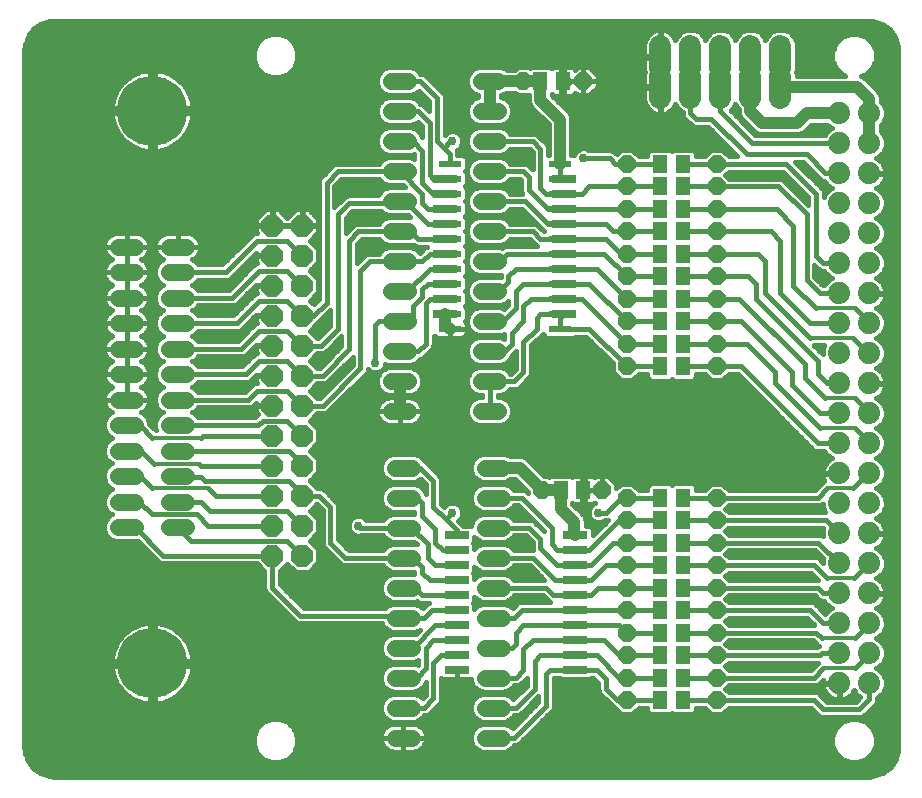
<source format=gtl>
G75*
%MOIN*%
%OFA0B0*%
%FSLAX25Y25*%
%IPPOS*%
%LPD*%
%AMOC8*
5,1,8,0,0,1.08239X$1,22.5*
%
%ADD10C,0.05760*%
%ADD11R,0.08000X0.02600*%
%ADD12R,0.07800X0.02200*%
%ADD13C,0.23400*%
%ADD14R,0.05118X0.05906*%
%ADD15OC8,0.05760*%
%ADD16OC8,0.07200*%
%ADD17C,0.07200*%
%ADD18C,0.07400*%
%ADD19C,0.01600*%
%ADD20C,0.02962*%
%ADD21C,0.01200*%
%ADD22C,0.04000*%
D10*
X0066420Y0089425D02*
X0072180Y0089425D01*
X0072180Y0097925D02*
X0066420Y0097925D01*
X0066420Y0106425D02*
X0072180Y0106425D01*
X0072180Y0114925D02*
X0066420Y0114925D01*
X0066420Y0123425D02*
X0072180Y0123425D01*
X0072180Y0131925D02*
X0066420Y0131925D01*
X0066420Y0140425D02*
X0072180Y0140425D01*
X0072180Y0148925D02*
X0066420Y0148925D01*
X0066420Y0157425D02*
X0072180Y0157425D01*
X0072180Y0165925D02*
X0066420Y0165925D01*
X0066420Y0174425D02*
X0072180Y0174425D01*
X0072180Y0182925D02*
X0066420Y0182925D01*
X0083420Y0182925D02*
X0089180Y0182925D01*
X0089180Y0174425D02*
X0083420Y0174425D01*
X0083420Y0165925D02*
X0089180Y0165925D01*
X0089180Y0157425D02*
X0083420Y0157425D01*
X0083420Y0148925D02*
X0089180Y0148925D01*
X0089180Y0140425D02*
X0083420Y0140425D01*
X0083420Y0131925D02*
X0089180Y0131925D01*
X0089180Y0123425D02*
X0083420Y0123425D01*
X0083420Y0114925D02*
X0089180Y0114925D01*
X0089180Y0106425D02*
X0083420Y0106425D01*
X0083420Y0097925D02*
X0089180Y0097925D01*
X0089180Y0089425D02*
X0083420Y0089425D01*
X0158670Y0089300D02*
X0164430Y0089300D01*
X0164430Y0079300D02*
X0158670Y0079300D01*
X0158670Y0069300D02*
X0164430Y0069300D01*
X0164430Y0059300D02*
X0158670Y0059300D01*
X0158670Y0049300D02*
X0164430Y0049300D01*
X0164430Y0039300D02*
X0158670Y0039300D01*
X0158670Y0029300D02*
X0164430Y0029300D01*
X0164430Y0019300D02*
X0158670Y0019300D01*
X0188670Y0019300D02*
X0194430Y0019300D01*
X0194430Y0029300D02*
X0188670Y0029300D01*
X0188670Y0039300D02*
X0194430Y0039300D01*
X0194430Y0049300D02*
X0188670Y0049300D01*
X0188670Y0059300D02*
X0194430Y0059300D01*
X0194430Y0069300D02*
X0188670Y0069300D01*
X0188670Y0079300D02*
X0194430Y0079300D01*
X0194430Y0089300D02*
X0188670Y0089300D01*
X0188670Y0099300D02*
X0194430Y0099300D01*
X0194430Y0109300D02*
X0188670Y0109300D01*
X0187420Y0128050D02*
X0193180Y0128050D01*
X0193180Y0138050D02*
X0187420Y0138050D01*
X0193180Y0138050D01*
X0187420Y0138050D01*
X0187420Y0148050D02*
X0193180Y0148050D01*
X0187420Y0148050D01*
X0193180Y0148050D01*
X0193180Y0158050D02*
X0187420Y0158050D01*
X0193180Y0158050D01*
X0187420Y0158050D01*
X0187420Y0168050D02*
X0193180Y0168050D01*
X0187420Y0168050D01*
X0193180Y0168050D01*
X0193180Y0178050D02*
X0187420Y0178050D01*
X0193180Y0178050D01*
X0187420Y0178050D01*
X0187420Y0188050D02*
X0193180Y0188050D01*
X0187420Y0188050D01*
X0193180Y0188050D01*
X0193180Y0198050D02*
X0187420Y0198050D01*
X0193180Y0198050D01*
X0187420Y0198050D01*
X0187420Y0208050D02*
X0193180Y0208050D01*
X0187420Y0208050D01*
X0193180Y0208050D01*
X0193180Y0218050D02*
X0187420Y0218050D01*
X0193180Y0218050D01*
X0187420Y0218050D01*
X0187420Y0228050D02*
X0193180Y0228050D01*
X0187420Y0228050D01*
X0193180Y0228050D01*
X0193180Y0238050D02*
X0187420Y0238050D01*
X0193180Y0238050D01*
X0163180Y0238050D02*
X0157420Y0238050D01*
X0163180Y0238050D01*
X0163180Y0228050D02*
X0157420Y0228050D01*
X0163180Y0228050D01*
X0157420Y0228050D01*
X0157420Y0218050D02*
X0163180Y0218050D01*
X0157420Y0218050D01*
X0163180Y0218050D01*
X0163180Y0208050D02*
X0157420Y0208050D01*
X0163180Y0208050D01*
X0157420Y0208050D01*
X0157420Y0198050D02*
X0163180Y0198050D01*
X0157420Y0198050D01*
X0163180Y0198050D01*
X0163180Y0188050D02*
X0157420Y0188050D01*
X0163180Y0188050D01*
X0157420Y0188050D01*
X0157420Y0178050D02*
X0163180Y0178050D01*
X0157420Y0178050D01*
X0163180Y0178050D01*
X0163180Y0168050D02*
X0157420Y0168050D01*
X0163180Y0168050D01*
X0157420Y0168050D01*
X0157420Y0158050D02*
X0163180Y0158050D01*
X0157420Y0158050D01*
X0163180Y0158050D01*
X0163180Y0148050D02*
X0157420Y0148050D01*
X0163180Y0148050D01*
X0157420Y0148050D01*
X0157420Y0138050D02*
X0163180Y0138050D01*
X0157420Y0138050D01*
X0163180Y0138050D01*
X0163180Y0128050D02*
X0157420Y0128050D01*
X0158670Y0109300D02*
X0164430Y0109300D01*
X0164430Y0099300D02*
X0158670Y0099300D01*
D11*
X0179250Y0086800D03*
X0179250Y0081800D03*
X0179250Y0076800D03*
X0179250Y0071800D03*
X0179250Y0066800D03*
X0179250Y0061800D03*
X0179250Y0056800D03*
X0179250Y0051800D03*
X0179250Y0046800D03*
X0179250Y0041800D03*
X0218850Y0041800D03*
X0218850Y0046800D03*
X0218850Y0051800D03*
X0218850Y0056800D03*
X0218850Y0061800D03*
X0218850Y0066800D03*
X0218850Y0071800D03*
X0218850Y0076800D03*
X0218850Y0081800D03*
X0218850Y0086800D03*
X0215100Y0160550D03*
X0215100Y0165550D03*
X0215100Y0170550D03*
X0215100Y0175550D03*
X0215100Y0180550D03*
X0215100Y0185550D03*
X0215100Y0190550D03*
X0215100Y0195550D03*
X0215100Y0200550D03*
X0215100Y0205550D03*
X0175500Y0205550D03*
X0175500Y0200550D03*
X0175500Y0195550D03*
X0175500Y0190550D03*
X0175500Y0185550D03*
X0175500Y0180550D03*
X0175500Y0175550D03*
X0175500Y0170550D03*
X0175500Y0165550D03*
X0175500Y0160550D03*
D12*
X0176900Y0160550D03*
X0176900Y0155550D03*
X0176900Y0165550D03*
X0176900Y0170550D03*
X0176900Y0175550D03*
X0176900Y0180550D03*
X0176900Y0185550D03*
X0176900Y0190550D03*
X0176900Y0195550D03*
X0176900Y0200550D03*
X0176900Y0205550D03*
X0176900Y0210550D03*
X0213700Y0210550D03*
X0213700Y0205550D03*
X0213700Y0200550D03*
X0213700Y0195550D03*
X0213700Y0190550D03*
X0213700Y0185550D03*
X0213700Y0180550D03*
X0213700Y0175550D03*
X0213700Y0170550D03*
X0213700Y0165550D03*
X0213700Y0160550D03*
X0213700Y0155550D03*
D13*
X0077800Y0228275D03*
X0077800Y0044075D03*
D14*
X0214060Y0101800D03*
X0221540Y0101800D03*
X0247185Y0099300D03*
X0254665Y0099300D03*
X0254665Y0091800D03*
X0247185Y0091800D03*
X0247185Y0084300D03*
X0254665Y0084300D03*
X0254665Y0076800D03*
X0247185Y0076800D03*
X0247185Y0069300D03*
X0254665Y0069300D03*
X0254665Y0061800D03*
X0247185Y0061800D03*
X0247185Y0054300D03*
X0254665Y0054300D03*
X0254665Y0046800D03*
X0247185Y0046800D03*
X0247185Y0039300D03*
X0254665Y0039300D03*
X0254665Y0031800D03*
X0247185Y0031800D03*
X0247185Y0143050D03*
X0254665Y0143050D03*
X0254665Y0150550D03*
X0247185Y0150550D03*
X0247185Y0158050D03*
X0254665Y0158050D03*
X0254665Y0165550D03*
X0247185Y0165550D03*
X0247185Y0173050D03*
X0254665Y0173050D03*
X0254665Y0180550D03*
X0247185Y0180550D03*
X0247185Y0188050D03*
X0254665Y0188050D03*
X0254665Y0195550D03*
X0247185Y0195550D03*
X0247185Y0203050D03*
X0254665Y0203050D03*
X0254665Y0210550D03*
X0247185Y0210550D03*
X0214665Y0238050D03*
X0207185Y0238050D03*
D15*
X0201550Y0238050D03*
X0221550Y0238050D03*
X0235925Y0210550D03*
X0235925Y0203050D03*
X0235925Y0195550D03*
X0235925Y0188050D03*
X0235925Y0180550D03*
X0235925Y0173050D03*
X0235925Y0165550D03*
X0235925Y0158050D03*
X0235925Y0150550D03*
X0235925Y0143050D03*
X0265925Y0143050D03*
X0265925Y0150550D03*
X0265925Y0158050D03*
X0265925Y0165550D03*
X0265925Y0173050D03*
X0265925Y0180550D03*
X0265925Y0188050D03*
X0265925Y0195550D03*
X0265925Y0203050D03*
X0265925Y0210550D03*
X0227800Y0101800D03*
X0235925Y0099300D03*
X0235925Y0091800D03*
X0235925Y0084300D03*
X0235925Y0076800D03*
X0235925Y0069300D03*
X0235925Y0061800D03*
X0235925Y0054300D03*
X0235925Y0046800D03*
X0235925Y0039300D03*
X0235925Y0031800D03*
X0265925Y0031800D03*
X0265925Y0039300D03*
X0265925Y0046800D03*
X0265925Y0054300D03*
X0265925Y0061800D03*
X0265925Y0069300D03*
X0265925Y0076800D03*
X0265925Y0084300D03*
X0265925Y0091800D03*
X0265925Y0099300D03*
X0207800Y0101800D03*
D16*
X0127800Y0099925D03*
X0117800Y0099925D03*
X0117800Y0089925D03*
X0127800Y0089925D03*
X0127800Y0079925D03*
X0117800Y0079925D03*
X0117800Y0109925D03*
X0127800Y0109925D03*
X0127800Y0119925D03*
X0117800Y0119925D03*
X0117800Y0129925D03*
X0127800Y0129925D03*
X0127800Y0139925D03*
X0117800Y0139925D03*
X0117800Y0149925D03*
X0127800Y0149925D03*
X0127800Y0159925D03*
X0117800Y0159925D03*
X0117800Y0169925D03*
X0127800Y0169925D03*
X0127800Y0179925D03*
X0117800Y0179925D03*
X0117800Y0189925D03*
X0127800Y0189925D03*
D17*
X0247175Y0232575D02*
X0247175Y0239775D01*
X0247175Y0242575D02*
X0247175Y0249775D01*
X0257175Y0249775D02*
X0257175Y0242575D01*
X0257175Y0239775D02*
X0257175Y0232575D01*
X0267175Y0232575D02*
X0267175Y0239775D01*
X0267175Y0242575D02*
X0267175Y0249775D01*
X0277175Y0249775D02*
X0277175Y0242575D01*
X0277175Y0239775D02*
X0277175Y0232575D01*
X0287175Y0232575D02*
X0287175Y0239775D01*
X0287175Y0242575D02*
X0287175Y0249775D01*
D18*
X0306757Y0227420D03*
X0316757Y0227420D03*
X0316757Y0217420D03*
X0306757Y0217420D03*
X0306757Y0207420D03*
X0316757Y0207420D03*
X0316757Y0197420D03*
X0306757Y0197420D03*
X0306757Y0187420D03*
X0316757Y0187420D03*
X0316757Y0177420D03*
X0316757Y0167420D03*
X0306757Y0167420D03*
X0306757Y0177420D03*
X0306757Y0157420D03*
X0316757Y0157420D03*
X0316757Y0147420D03*
X0316757Y0137420D03*
X0306757Y0137420D03*
X0306757Y0147420D03*
X0306757Y0127420D03*
X0316757Y0127420D03*
X0316757Y0117420D03*
X0316757Y0107420D03*
X0306757Y0107420D03*
X0306757Y0117420D03*
X0306757Y0097420D03*
X0316757Y0097420D03*
X0316757Y0087420D03*
X0306757Y0087420D03*
X0306757Y0077420D03*
X0316757Y0077381D03*
X0316757Y0067420D03*
X0316757Y0057420D03*
X0306757Y0057420D03*
X0306757Y0067420D03*
X0306757Y0047420D03*
X0316757Y0047420D03*
X0316757Y0037420D03*
X0306757Y0037420D03*
D19*
X0038055Y0009171D02*
X0036250Y0011655D01*
X0035302Y0014576D01*
X0035181Y0016111D01*
X0035181Y0248394D01*
X0035302Y0249930D01*
X0036250Y0252850D01*
X0038055Y0255334D01*
X0040539Y0257139D01*
X0043460Y0258088D01*
X0044995Y0258209D01*
X0316648Y0258209D01*
X0318184Y0258088D01*
X0321104Y0257139D01*
X0323588Y0255334D01*
X0325393Y0252850D01*
X0326342Y0249930D01*
X0326463Y0248394D01*
X0326463Y0016111D01*
X0326342Y0014576D01*
X0325393Y0011655D01*
X0323588Y0009171D01*
X0321104Y0007367D01*
X0318184Y0006418D01*
X0316648Y0006297D01*
X0044995Y0006297D01*
X0043460Y0006418D01*
X0040539Y0007367D01*
X0038055Y0009171D01*
X0038160Y0009096D02*
X0323484Y0009096D01*
X0324694Y0010694D02*
X0036949Y0010694D01*
X0036043Y0012293D02*
X0114596Y0012293D01*
X0114757Y0012132D02*
X0117408Y0011033D01*
X0120278Y0011033D01*
X0122929Y0012132D01*
X0124959Y0014161D01*
X0126057Y0016812D01*
X0126057Y0019682D01*
X0124959Y0022333D01*
X0122929Y0024362D01*
X0120278Y0025460D01*
X0117408Y0025460D01*
X0114757Y0024362D01*
X0112728Y0022333D01*
X0111630Y0019682D01*
X0111630Y0016812D01*
X0112728Y0014161D01*
X0114757Y0012132D01*
X0112998Y0013891D02*
X0035524Y0013891D01*
X0035230Y0015490D02*
X0112178Y0015490D01*
X0111630Y0017088D02*
X0035181Y0017088D01*
X0035181Y0018687D02*
X0111630Y0018687D01*
X0111880Y0020285D02*
X0035181Y0020285D01*
X0035181Y0021884D02*
X0112542Y0021884D01*
X0113877Y0023482D02*
X0035181Y0023482D01*
X0035181Y0025081D02*
X0116492Y0025081D01*
X0121195Y0025081D02*
X0156627Y0025081D01*
X0156019Y0025332D02*
X0157739Y0024620D01*
X0165361Y0024620D01*
X0167081Y0025332D01*
X0168397Y0026649D01*
X0168419Y0026700D01*
X0168942Y0026700D01*
X0169898Y0027096D01*
X0170629Y0027827D01*
X0170629Y0027827D01*
X0173754Y0030952D01*
X0174150Y0031908D01*
X0174150Y0039057D01*
X0174555Y0038823D01*
X0175013Y0038700D01*
X0179250Y0038700D01*
X0183487Y0038700D01*
X0183945Y0038823D01*
X0183990Y0038849D01*
X0183990Y0038369D01*
X0184702Y0036649D01*
X0186019Y0035332D01*
X0187739Y0034620D01*
X0195361Y0034620D01*
X0197081Y0035332D01*
X0198397Y0036649D01*
X0198419Y0036700D01*
X0199567Y0036700D01*
X0200523Y0037096D01*
X0201254Y0037827D01*
X0202700Y0039273D01*
X0202700Y0036627D01*
X0198211Y0032138D01*
X0197081Y0033267D01*
X0195361Y0033980D01*
X0187739Y0033980D01*
X0186019Y0033267D01*
X0184702Y0031951D01*
X0183990Y0030231D01*
X0183990Y0028369D01*
X0184702Y0026649D01*
X0186019Y0025332D01*
X0187739Y0024620D01*
X0195361Y0024620D01*
X0197081Y0025332D01*
X0198397Y0026649D01*
X0198419Y0026700D01*
X0199567Y0026700D01*
X0200523Y0027096D01*
X0201254Y0027827D01*
X0206450Y0033023D01*
X0206450Y0031002D01*
X0197898Y0022450D01*
X0197081Y0023267D01*
X0195361Y0023980D01*
X0187739Y0023980D01*
X0186019Y0023267D01*
X0184702Y0021951D01*
X0183990Y0020231D01*
X0183990Y0018369D01*
X0184702Y0016649D01*
X0186019Y0015332D01*
X0187739Y0014620D01*
X0195361Y0014620D01*
X0197081Y0015332D01*
X0198397Y0016649D01*
X0198419Y0016700D01*
X0198942Y0016700D01*
X0199898Y0017096D01*
X0200629Y0017827D01*
X0211254Y0028452D01*
X0211650Y0029408D01*
X0211650Y0039200D01*
X0213604Y0039200D01*
X0214104Y0038700D01*
X0223596Y0038700D01*
X0224096Y0039200D01*
X0224848Y0039200D01*
X0226450Y0037598D01*
X0226450Y0035033D01*
X0226846Y0034077D01*
X0230596Y0030327D01*
X0231327Y0029596D01*
X0231640Y0029466D01*
X0233986Y0027120D01*
X0237864Y0027120D01*
X0239944Y0029200D01*
X0242826Y0029200D01*
X0242826Y0028102D01*
X0243880Y0027047D01*
X0250489Y0027047D01*
X0250925Y0027483D01*
X0251361Y0027047D01*
X0257970Y0027047D01*
X0259024Y0028102D01*
X0259024Y0029200D01*
X0261906Y0029200D01*
X0263986Y0027120D01*
X0267864Y0027120D01*
X0269944Y0029200D01*
X0297348Y0029200D01*
X0300077Y0026471D01*
X0301033Y0026075D01*
X0313942Y0026075D01*
X0314898Y0026471D01*
X0315629Y0027202D01*
X0318961Y0030534D01*
X0319357Y0031490D01*
X0319357Y0032544D01*
X0319872Y0032757D01*
X0321419Y0034305D01*
X0322257Y0036326D01*
X0322257Y0038514D01*
X0321419Y0040536D01*
X0319872Y0042083D01*
X0319058Y0042420D01*
X0319872Y0042757D01*
X0321419Y0044305D01*
X0322257Y0046326D01*
X0322257Y0048514D01*
X0321419Y0050536D01*
X0319872Y0052083D01*
X0319058Y0052420D01*
X0319872Y0052757D01*
X0321419Y0054305D01*
X0322257Y0056326D01*
X0322257Y0058514D01*
X0321419Y0060536D01*
X0319872Y0062083D01*
X0319058Y0062420D01*
X0319639Y0062716D01*
X0320340Y0063225D01*
X0320952Y0063837D01*
X0321461Y0064537D01*
X0321854Y0065309D01*
X0322121Y0066132D01*
X0322257Y0066987D01*
X0322257Y0067265D01*
X0316911Y0067265D01*
X0316911Y0067575D01*
X0322257Y0067575D01*
X0322257Y0067853D01*
X0322121Y0068708D01*
X0321854Y0069531D01*
X0321461Y0070303D01*
X0320952Y0071003D01*
X0320340Y0071615D01*
X0319639Y0072124D01*
X0319101Y0072398D01*
X0319872Y0072718D01*
X0321419Y0074265D01*
X0322257Y0076287D01*
X0322257Y0078475D01*
X0321419Y0080496D01*
X0319872Y0082043D01*
X0319016Y0082398D01*
X0319639Y0082716D01*
X0320340Y0083225D01*
X0320952Y0083837D01*
X0321461Y0084537D01*
X0321854Y0085309D01*
X0322121Y0086132D01*
X0322257Y0086987D01*
X0322257Y0087265D01*
X0316911Y0087265D01*
X0316911Y0087575D01*
X0322257Y0087575D01*
X0322257Y0087853D01*
X0322121Y0088708D01*
X0321854Y0089531D01*
X0321461Y0090303D01*
X0320952Y0091003D01*
X0320340Y0091615D01*
X0319639Y0092124D01*
X0319058Y0092420D01*
X0319872Y0092757D01*
X0321419Y0094305D01*
X0322257Y0096326D01*
X0322257Y0098514D01*
X0321419Y0100536D01*
X0319872Y0102083D01*
X0319058Y0102420D01*
X0319872Y0102757D01*
X0321419Y0104305D01*
X0322257Y0106326D01*
X0322257Y0108514D01*
X0321419Y0110536D01*
X0319872Y0112083D01*
X0319058Y0112420D01*
X0319872Y0112757D01*
X0321419Y0114305D01*
X0322257Y0116326D01*
X0322257Y0118514D01*
X0321419Y0120536D01*
X0319872Y0122083D01*
X0319058Y0122420D01*
X0319872Y0122757D01*
X0321419Y0124305D01*
X0322257Y0126326D01*
X0322257Y0128514D01*
X0321419Y0130536D01*
X0319872Y0132083D01*
X0319058Y0132420D01*
X0319639Y0132716D01*
X0320340Y0133225D01*
X0320952Y0133837D01*
X0321461Y0134537D01*
X0321854Y0135309D01*
X0322121Y0136132D01*
X0322257Y0136987D01*
X0322257Y0137265D01*
X0316911Y0137265D01*
X0316911Y0137575D01*
X0322257Y0137575D01*
X0322257Y0137853D01*
X0322121Y0138708D01*
X0321854Y0139531D01*
X0321461Y0140303D01*
X0320952Y0141003D01*
X0320340Y0141615D01*
X0319639Y0142124D01*
X0319058Y0142420D01*
X0319872Y0142757D01*
X0321419Y0144305D01*
X0322257Y0146326D01*
X0322257Y0148514D01*
X0321419Y0150536D01*
X0319872Y0152083D01*
X0319058Y0152420D01*
X0319872Y0152757D01*
X0321419Y0154305D01*
X0322257Y0156326D01*
X0322257Y0158514D01*
X0321419Y0160536D01*
X0319872Y0162083D01*
X0319058Y0162420D01*
X0319639Y0162716D01*
X0320340Y0163225D01*
X0320952Y0163837D01*
X0321461Y0164537D01*
X0321854Y0165309D01*
X0322121Y0166132D01*
X0322257Y0166987D01*
X0322257Y0167265D01*
X0316911Y0167265D01*
X0316911Y0167575D01*
X0322257Y0167575D01*
X0322257Y0167853D01*
X0322121Y0168708D01*
X0321854Y0169531D01*
X0321461Y0170303D01*
X0320952Y0171003D01*
X0320340Y0171615D01*
X0319639Y0172124D01*
X0319058Y0172420D01*
X0319872Y0172757D01*
X0321419Y0174305D01*
X0322257Y0176326D01*
X0322257Y0178514D01*
X0321419Y0180536D01*
X0319872Y0182083D01*
X0319058Y0182420D01*
X0319872Y0182757D01*
X0321419Y0184305D01*
X0322257Y0186326D01*
X0322257Y0188514D01*
X0321419Y0190536D01*
X0319872Y0192083D01*
X0319058Y0192420D01*
X0319872Y0192757D01*
X0321419Y0194305D01*
X0322257Y0196326D01*
X0322257Y0198514D01*
X0321419Y0200536D01*
X0319872Y0202083D01*
X0319058Y0202420D01*
X0319639Y0202716D01*
X0320340Y0203225D01*
X0320952Y0203837D01*
X0321461Y0204537D01*
X0321854Y0205309D01*
X0322121Y0206132D01*
X0322257Y0206987D01*
X0322257Y0207265D01*
X0316911Y0207265D01*
X0316911Y0207575D01*
X0322257Y0207575D01*
X0322257Y0207853D01*
X0322121Y0208708D01*
X0321854Y0209531D01*
X0321461Y0210303D01*
X0320952Y0211003D01*
X0320340Y0211615D01*
X0319639Y0212124D01*
X0319058Y0212420D01*
X0319872Y0212757D01*
X0321419Y0214305D01*
X0322257Y0216326D01*
X0322257Y0218514D01*
X0321419Y0220536D01*
X0320557Y0221398D01*
X0320557Y0223442D01*
X0321419Y0224305D01*
X0322257Y0226326D01*
X0322257Y0228514D01*
X0321419Y0230536D01*
X0320557Y0231398D01*
X0320557Y0232974D01*
X0319978Y0234371D01*
X0316021Y0238328D01*
X0314953Y0239396D01*
X0314092Y0239753D01*
X0315843Y0240478D01*
X0317872Y0242507D01*
X0318970Y0245158D01*
X0318970Y0248028D01*
X0317872Y0250679D01*
X0315843Y0252709D01*
X0313192Y0253807D01*
X0310322Y0253807D01*
X0307671Y0252709D01*
X0305641Y0250679D01*
X0304543Y0248028D01*
X0304543Y0245158D01*
X0305641Y0242507D01*
X0307671Y0240478D01*
X0308885Y0239975D01*
X0292575Y0239975D01*
X0292575Y0240849D01*
X0292440Y0241175D01*
X0292575Y0241501D01*
X0292575Y0250849D01*
X0291753Y0252834D01*
X0290234Y0254353D01*
X0288249Y0255175D01*
X0286101Y0255175D01*
X0284116Y0254353D01*
X0282597Y0252834D01*
X0282175Y0251815D01*
X0281753Y0252834D01*
X0280234Y0254353D01*
X0278249Y0255175D01*
X0276101Y0255175D01*
X0274116Y0254353D01*
X0272597Y0252834D01*
X0272175Y0251815D01*
X0271753Y0252834D01*
X0270234Y0254353D01*
X0268249Y0255175D01*
X0266101Y0255175D01*
X0264116Y0254353D01*
X0262597Y0252834D01*
X0262175Y0251815D01*
X0261753Y0252834D01*
X0260234Y0254353D01*
X0258249Y0255175D01*
X0256101Y0255175D01*
X0254116Y0254353D01*
X0252597Y0252834D01*
X0252183Y0251835D01*
X0252179Y0251848D01*
X0251793Y0252605D01*
X0251294Y0253293D01*
X0250693Y0253894D01*
X0250005Y0254393D01*
X0249248Y0254779D01*
X0248440Y0255042D01*
X0247600Y0255175D01*
X0247375Y0255175D01*
X0247375Y0246375D01*
X0246975Y0246375D01*
X0246975Y0255175D01*
X0246750Y0255175D01*
X0245910Y0255042D01*
X0245102Y0254779D01*
X0244345Y0254393D01*
X0243657Y0253894D01*
X0243056Y0253293D01*
X0242557Y0252605D01*
X0242171Y0251848D01*
X0241908Y0251040D01*
X0241775Y0250200D01*
X0241775Y0246375D01*
X0246975Y0246375D01*
X0246975Y0245975D01*
X0241775Y0245975D01*
X0241775Y0242150D01*
X0241908Y0241310D01*
X0241952Y0241175D01*
X0241908Y0241040D01*
X0241775Y0240200D01*
X0241775Y0236375D01*
X0246975Y0236375D01*
X0246975Y0245175D01*
X0246975Y0245975D01*
X0247375Y0245975D01*
X0247375Y0236375D01*
X0246975Y0236375D01*
X0246975Y0235975D01*
X0247375Y0235975D01*
X0247375Y0227175D01*
X0247600Y0227175D01*
X0248440Y0227308D01*
X0249248Y0227571D01*
X0250005Y0227957D01*
X0250693Y0228456D01*
X0251294Y0229057D01*
X0251793Y0229745D01*
X0252179Y0230502D01*
X0252183Y0230515D01*
X0252597Y0229516D01*
X0254116Y0227997D01*
X0254575Y0227807D01*
X0254575Y0226908D01*
X0254971Y0225952D01*
X0255702Y0225221D01*
X0257577Y0223346D01*
X0258533Y0222950D01*
X0262973Y0222950D01*
X0272773Y0213150D01*
X0269944Y0213150D01*
X0267864Y0215230D01*
X0263986Y0215230D01*
X0261906Y0213150D01*
X0259024Y0213150D01*
X0259024Y0214248D01*
X0257970Y0215303D01*
X0251361Y0215303D01*
X0250925Y0214867D01*
X0250489Y0215303D01*
X0243880Y0215303D01*
X0242826Y0214248D01*
X0242826Y0213150D01*
X0239944Y0213150D01*
X0237864Y0215230D01*
X0233986Y0215230D01*
X0232579Y0213823D01*
X0231773Y0214629D01*
X0230817Y0215025D01*
X0223590Y0215025D01*
X0223409Y0215207D01*
X0222203Y0215706D01*
X0220897Y0215706D01*
X0219691Y0215207D01*
X0218768Y0214284D01*
X0218400Y0213395D01*
X0218346Y0213450D01*
X0217500Y0213450D01*
X0217500Y0226031D01*
X0216921Y0227428D01*
X0210975Y0233374D01*
X0210975Y0233683D01*
X0211001Y0233657D01*
X0211411Y0233420D01*
X0211869Y0233297D01*
X0214186Y0233297D01*
X0214186Y0237570D01*
X0215145Y0237570D01*
X0215145Y0233297D01*
X0217461Y0233297D01*
X0217919Y0233420D01*
X0218329Y0233657D01*
X0218665Y0233992D01*
X0218783Y0234198D01*
X0219611Y0233370D01*
X0221550Y0233370D01*
X0223489Y0233370D01*
X0226230Y0236111D01*
X0226230Y0238050D01*
X0226230Y0239989D01*
X0223489Y0242730D01*
X0221550Y0242730D01*
X0221550Y0238050D01*
X0221550Y0238050D01*
X0226230Y0238050D01*
X0221550Y0238050D01*
X0221550Y0238050D01*
X0221550Y0242730D01*
X0219611Y0242730D01*
X0218783Y0241902D01*
X0218665Y0242108D01*
X0218329Y0242443D01*
X0217919Y0242680D01*
X0217461Y0242803D01*
X0215145Y0242803D01*
X0215145Y0238530D01*
X0214186Y0238530D01*
X0214186Y0242803D01*
X0211869Y0242803D01*
X0211411Y0242680D01*
X0211001Y0242443D01*
X0210925Y0242367D01*
X0210489Y0242803D01*
X0203880Y0242803D01*
X0203648Y0242571D01*
X0203489Y0242730D01*
X0199611Y0242730D01*
X0198731Y0241850D01*
X0195998Y0241850D01*
X0195831Y0242017D01*
X0194111Y0242730D01*
X0186489Y0242730D01*
X0184769Y0242017D01*
X0183452Y0240701D01*
X0182740Y0238981D01*
X0182740Y0237119D01*
X0183452Y0235399D01*
X0184769Y0234082D01*
X0186489Y0233370D01*
X0186500Y0233370D01*
X0186500Y0232730D01*
X0186489Y0232730D01*
X0184769Y0232017D01*
X0183452Y0230701D01*
X0182740Y0228981D01*
X0182740Y0227119D01*
X0183452Y0225399D01*
X0184769Y0224082D01*
X0186489Y0223370D01*
X0194111Y0223370D01*
X0195831Y0224082D01*
X0197147Y0225399D01*
X0197860Y0227119D01*
X0197860Y0228981D01*
X0197147Y0230701D01*
X0195831Y0232017D01*
X0194111Y0232730D01*
X0194100Y0232730D01*
X0194100Y0233370D01*
X0194111Y0233370D01*
X0195831Y0234082D01*
X0195998Y0234250D01*
X0198731Y0234250D01*
X0199611Y0233370D01*
X0203375Y0233370D01*
X0203375Y0231044D01*
X0203954Y0229647D01*
X0205022Y0228579D01*
X0209900Y0223701D01*
X0209900Y0213450D01*
X0209775Y0213450D01*
X0209775Y0216067D01*
X0209379Y0217023D01*
X0206879Y0219523D01*
X0206148Y0220254D01*
X0205192Y0220650D01*
X0197169Y0220650D01*
X0197147Y0220701D01*
X0195831Y0222017D01*
X0194111Y0222730D01*
X0186489Y0222730D01*
X0184769Y0222017D01*
X0183452Y0220701D01*
X0182740Y0218981D01*
X0182740Y0217119D01*
X0183452Y0215399D01*
X0184769Y0214082D01*
X0186489Y0213370D01*
X0194111Y0213370D01*
X0195831Y0214082D01*
X0197147Y0215399D01*
X0197169Y0215450D01*
X0203598Y0215450D01*
X0204575Y0214473D01*
X0204575Y0208702D01*
X0203754Y0209523D01*
X0203023Y0210254D01*
X0202067Y0210650D01*
X0197169Y0210650D01*
X0197147Y0210701D01*
X0195831Y0212017D01*
X0194111Y0212730D01*
X0186489Y0212730D01*
X0184769Y0212017D01*
X0183452Y0210701D01*
X0182740Y0208981D01*
X0182740Y0207119D01*
X0183452Y0205399D01*
X0184769Y0204082D01*
X0186489Y0203370D01*
X0194111Y0203370D01*
X0195831Y0204082D01*
X0197147Y0205399D01*
X0197169Y0205450D01*
X0200473Y0205450D01*
X0200825Y0205098D01*
X0200825Y0201283D01*
X0201087Y0200650D01*
X0197169Y0200650D01*
X0197147Y0200701D01*
X0195831Y0202017D01*
X0194111Y0202730D01*
X0186489Y0202730D01*
X0184769Y0202017D01*
X0183452Y0200701D01*
X0182740Y0198981D01*
X0182740Y0197119D01*
X0183452Y0195399D01*
X0184769Y0194082D01*
X0186489Y0193370D01*
X0194111Y0193370D01*
X0195831Y0194082D01*
X0197147Y0195399D01*
X0197169Y0195450D01*
X0201098Y0195450D01*
X0208202Y0188346D01*
X0208469Y0188235D01*
X0208554Y0188150D01*
X0208252Y0188150D01*
X0206879Y0189523D01*
X0206148Y0190254D01*
X0205192Y0190650D01*
X0197169Y0190650D01*
X0197147Y0190701D01*
X0195831Y0192017D01*
X0194111Y0192730D01*
X0186489Y0192730D01*
X0184769Y0192017D01*
X0183452Y0190701D01*
X0182740Y0188981D01*
X0182740Y0187119D01*
X0183452Y0185399D01*
X0184769Y0184082D01*
X0186489Y0183370D01*
X0194111Y0183370D01*
X0195831Y0184082D01*
X0197147Y0185399D01*
X0197169Y0185450D01*
X0203598Y0185450D01*
X0205702Y0183346D01*
X0206175Y0183150D01*
X0195408Y0183150D01*
X0194452Y0182754D01*
X0194335Y0182637D01*
X0194111Y0182730D01*
X0186489Y0182730D01*
X0184769Y0182017D01*
X0183452Y0180701D01*
X0182740Y0178981D01*
X0182740Y0177119D01*
X0183452Y0175399D01*
X0184769Y0174082D01*
X0186489Y0173370D01*
X0193950Y0173370D01*
X0193950Y0172730D01*
X0186489Y0172730D01*
X0184769Y0172017D01*
X0183452Y0170701D01*
X0182740Y0168981D01*
X0182740Y0167119D01*
X0183452Y0165399D01*
X0184769Y0164082D01*
X0186489Y0163370D01*
X0194111Y0163370D01*
X0195831Y0164082D01*
X0196450Y0164702D01*
X0196450Y0163502D01*
X0195219Y0162271D01*
X0194111Y0162730D01*
X0186489Y0162730D01*
X0184769Y0162017D01*
X0183452Y0160701D01*
X0182740Y0158981D01*
X0182740Y0157119D01*
X0183452Y0155399D01*
X0184769Y0154082D01*
X0186489Y0153370D01*
X0194111Y0153370D01*
X0195200Y0153821D01*
X0195200Y0152279D01*
X0194111Y0152730D01*
X0186489Y0152730D01*
X0184769Y0152017D01*
X0183452Y0150701D01*
X0182740Y0148981D01*
X0182740Y0147119D01*
X0183452Y0145399D01*
X0184769Y0144082D01*
X0186489Y0143370D01*
X0194111Y0143370D01*
X0195831Y0144082D01*
X0197147Y0145399D01*
X0197728Y0146801D01*
X0198950Y0148023D01*
X0198950Y0142252D01*
X0197348Y0140650D01*
X0197169Y0140650D01*
X0197147Y0140701D01*
X0195831Y0142017D01*
X0194111Y0142730D01*
X0186489Y0142730D01*
X0184769Y0142017D01*
X0183452Y0140701D01*
X0182740Y0138981D01*
X0182740Y0137119D01*
X0183452Y0135399D01*
X0184769Y0134082D01*
X0186489Y0133370D01*
X0187700Y0133370D01*
X0187700Y0132730D01*
X0186489Y0132730D01*
X0184769Y0132017D01*
X0183452Y0130701D01*
X0182740Y0128981D01*
X0182740Y0127119D01*
X0183452Y0125399D01*
X0184769Y0124082D01*
X0186489Y0123370D01*
X0194111Y0123370D01*
X0195831Y0124082D01*
X0197147Y0125399D01*
X0197860Y0127119D01*
X0197860Y0128981D01*
X0197147Y0130701D01*
X0195831Y0132017D01*
X0194111Y0132730D01*
X0192900Y0132730D01*
X0192900Y0133370D01*
X0194111Y0133370D01*
X0195831Y0134082D01*
X0197147Y0135399D01*
X0197169Y0135450D01*
X0198942Y0135450D01*
X0199898Y0135846D01*
X0200629Y0136577D01*
X0203754Y0139702D01*
X0204150Y0140658D01*
X0204150Y0150098D01*
X0208000Y0153948D01*
X0208000Y0153704D01*
X0209054Y0152650D01*
X0218346Y0152650D01*
X0218646Y0152950D01*
X0222348Y0152950D01*
X0231245Y0144053D01*
X0231245Y0141111D01*
X0233986Y0138370D01*
X0237864Y0138370D01*
X0239944Y0140450D01*
X0242826Y0140450D01*
X0242826Y0139352D01*
X0243880Y0138297D01*
X0250489Y0138297D01*
X0250925Y0138733D01*
X0251361Y0138297D01*
X0257970Y0138297D01*
X0259024Y0139352D01*
X0259024Y0140450D01*
X0261906Y0140450D01*
X0263986Y0138370D01*
X0267864Y0138370D01*
X0269943Y0140450D01*
X0272973Y0140450D01*
X0298207Y0115216D01*
X0299163Y0114820D01*
X0301880Y0114820D01*
X0302094Y0114305D01*
X0303641Y0112757D01*
X0304455Y0112420D01*
X0303874Y0112124D01*
X0303174Y0111615D01*
X0302562Y0111003D01*
X0302053Y0110303D01*
X0301660Y0109531D01*
X0301392Y0108708D01*
X0301257Y0107853D01*
X0301257Y0107575D01*
X0306602Y0107575D01*
X0306602Y0107265D01*
X0301257Y0107265D01*
X0301257Y0106987D01*
X0301392Y0106132D01*
X0301660Y0105309D01*
X0301888Y0104861D01*
X0301327Y0104629D01*
X0298598Y0101900D01*
X0269943Y0101900D01*
X0267864Y0103980D01*
X0263986Y0103980D01*
X0261906Y0101900D01*
X0259024Y0101900D01*
X0259024Y0102998D01*
X0257970Y0104053D01*
X0251361Y0104053D01*
X0250925Y0103617D01*
X0250489Y0104053D01*
X0243880Y0104053D01*
X0242826Y0102998D01*
X0242826Y0101900D01*
X0239944Y0101900D01*
X0237864Y0103980D01*
X0233986Y0103980D01*
X0232480Y0102473D01*
X0232480Y0103739D01*
X0229739Y0106480D01*
X0227800Y0106480D01*
X0227800Y0101800D01*
X0227800Y0101800D01*
X0227800Y0106480D01*
X0225861Y0106480D01*
X0225390Y0106008D01*
X0225204Y0106193D01*
X0224794Y0106430D01*
X0224336Y0106553D01*
X0222020Y0106553D01*
X0222020Y0102280D01*
X0221061Y0102280D01*
X0221061Y0106553D01*
X0218744Y0106553D01*
X0218286Y0106430D01*
X0217876Y0106193D01*
X0217800Y0106117D01*
X0217364Y0106553D01*
X0210755Y0106553D01*
X0210210Y0106008D01*
X0209739Y0106480D01*
X0208494Y0106480D01*
X0202453Y0112521D01*
X0201056Y0113100D01*
X0197248Y0113100D01*
X0197081Y0113267D01*
X0195361Y0113980D01*
X0187739Y0113980D01*
X0186019Y0113267D01*
X0184702Y0111951D01*
X0183990Y0110231D01*
X0183990Y0108369D01*
X0184702Y0106649D01*
X0186019Y0105332D01*
X0187739Y0104620D01*
X0195361Y0104620D01*
X0197081Y0105332D01*
X0197248Y0105500D01*
X0198726Y0105500D01*
X0203120Y0101106D01*
X0203120Y0100782D01*
X0202398Y0101504D01*
X0201442Y0101900D01*
X0198419Y0101900D01*
X0198397Y0101951D01*
X0197081Y0103267D01*
X0195361Y0103980D01*
X0187739Y0103980D01*
X0186019Y0103267D01*
X0184702Y0101951D01*
X0183990Y0100231D01*
X0183990Y0098369D01*
X0184702Y0096649D01*
X0186019Y0095332D01*
X0187739Y0094620D01*
X0195361Y0094620D01*
X0197081Y0095332D01*
X0198397Y0096649D01*
X0198419Y0096700D01*
X0199848Y0096700D01*
X0208325Y0088223D01*
X0208325Y0088077D01*
X0205629Y0090773D01*
X0204898Y0091504D01*
X0203942Y0091900D01*
X0198419Y0091900D01*
X0198397Y0091951D01*
X0197081Y0093267D01*
X0195361Y0093980D01*
X0187739Y0093980D01*
X0186019Y0093267D01*
X0184702Y0091951D01*
X0183990Y0090231D01*
X0183990Y0089900D01*
X0181474Y0089900D01*
X0181454Y0089948D01*
X0179771Y0091631D01*
X0180582Y0092441D01*
X0181081Y0093647D01*
X0181081Y0094953D01*
X0180582Y0096159D01*
X0179659Y0097082D01*
X0178453Y0097581D01*
X0177147Y0097581D01*
X0175941Y0097082D01*
X0175131Y0096271D01*
X0174150Y0097252D01*
X0174150Y0105442D01*
X0173754Y0106398D01*
X0169379Y0110773D01*
X0168648Y0111504D01*
X0168569Y0111537D01*
X0168397Y0111951D01*
X0167081Y0113267D01*
X0165361Y0113980D01*
X0157739Y0113980D01*
X0156019Y0113267D01*
X0154702Y0111951D01*
X0153990Y0110231D01*
X0153990Y0108369D01*
X0154702Y0106649D01*
X0156019Y0105332D01*
X0157739Y0104620D01*
X0165361Y0104620D01*
X0167081Y0105332D01*
X0167273Y0105525D01*
X0168950Y0103848D01*
X0168950Y0100617D01*
X0168397Y0101951D01*
X0167081Y0103267D01*
X0165361Y0103980D01*
X0157739Y0103980D01*
X0156019Y0103267D01*
X0154702Y0101951D01*
X0153990Y0100231D01*
X0153990Y0098369D01*
X0154702Y0096649D01*
X0156019Y0095332D01*
X0157739Y0094620D01*
X0165200Y0094620D01*
X0165200Y0093980D01*
X0157739Y0093980D01*
X0156019Y0093267D01*
X0154702Y0091951D01*
X0154681Y0091900D01*
X0149215Y0091900D01*
X0148409Y0092707D01*
X0147203Y0093206D01*
X0145897Y0093206D01*
X0144691Y0092707D01*
X0143768Y0091784D01*
X0143269Y0090578D01*
X0143269Y0089272D01*
X0143768Y0088066D01*
X0144691Y0087143D01*
X0145897Y0086644D01*
X0147203Y0086644D01*
X0147338Y0086700D01*
X0154681Y0086700D01*
X0154702Y0086649D01*
X0156019Y0085332D01*
X0157739Y0084620D01*
X0165053Y0084620D01*
X0165928Y0083745D01*
X0165361Y0083980D01*
X0157739Y0083980D01*
X0156019Y0083267D01*
X0154702Y0081951D01*
X0154681Y0081900D01*
X0143252Y0081900D01*
X0139775Y0085377D01*
X0139775Y0096692D01*
X0139379Y0097648D01*
X0135629Y0101398D01*
X0134898Y0102129D01*
X0133942Y0102525D01*
X0132837Y0102525D01*
X0130437Y0104925D01*
X0133200Y0107688D01*
X0133200Y0112162D01*
X0130437Y0114925D01*
X0133200Y0117688D01*
X0133200Y0122162D01*
X0130437Y0124925D01*
X0132837Y0127325D01*
X0135192Y0127325D01*
X0136148Y0127721D01*
X0136879Y0128452D01*
X0149379Y0140952D01*
X0149775Y0141908D01*
X0149775Y0142060D01*
X0150316Y0141518D01*
X0151522Y0141019D01*
X0152828Y0141019D01*
X0154034Y0141518D01*
X0154957Y0142441D01*
X0155456Y0143647D01*
X0155456Y0143798D01*
X0156489Y0143370D01*
X0164111Y0143370D01*
X0165831Y0144082D01*
X0167147Y0145399D01*
X0167190Y0145501D01*
X0168023Y0145846D01*
X0168754Y0146577D01*
X0171254Y0149077D01*
X0171650Y0150033D01*
X0171650Y0153254D01*
X0171895Y0153010D01*
X0172305Y0152773D01*
X0172763Y0152650D01*
X0176900Y0152650D01*
X0181037Y0152650D01*
X0181495Y0152773D01*
X0181905Y0153010D01*
X0182240Y0153345D01*
X0182477Y0153755D01*
X0182600Y0154213D01*
X0182600Y0155550D01*
X0182600Y0156887D01*
X0182477Y0157345D01*
X0182240Y0157755D01*
X0181946Y0158050D01*
X0182600Y0158704D01*
X0182600Y0162396D01*
X0181946Y0163050D01*
X0182600Y0163704D01*
X0182600Y0167396D01*
X0181946Y0168050D01*
X0182600Y0168704D01*
X0182600Y0172396D01*
X0181946Y0173050D01*
X0182600Y0173704D01*
X0182600Y0177396D01*
X0181946Y0178050D01*
X0182600Y0178704D01*
X0182600Y0182396D01*
X0181946Y0183050D01*
X0182600Y0183704D01*
X0182600Y0187396D01*
X0181946Y0188050D01*
X0182600Y0188704D01*
X0182600Y0192396D01*
X0181946Y0193050D01*
X0182600Y0193704D01*
X0182600Y0197396D01*
X0181946Y0198050D01*
X0182600Y0198704D01*
X0182600Y0202396D01*
X0181946Y0203050D01*
X0182600Y0203704D01*
X0182600Y0207396D01*
X0181946Y0208050D01*
X0182600Y0208704D01*
X0182600Y0212396D01*
X0181546Y0213450D01*
X0179500Y0213450D01*
X0179500Y0214467D01*
X0179240Y0215095D01*
X0179659Y0215268D01*
X0180582Y0216191D01*
X0181081Y0217397D01*
X0181081Y0218703D01*
X0180582Y0219909D01*
X0179659Y0220832D01*
X0178453Y0221331D01*
X0177147Y0221331D01*
X0175941Y0220832D01*
X0175400Y0220290D01*
X0175400Y0232942D01*
X0175004Y0233898D01*
X0169379Y0239523D01*
X0168648Y0240254D01*
X0167692Y0240650D01*
X0167169Y0240650D01*
X0167147Y0240701D01*
X0165831Y0242017D01*
X0164111Y0242730D01*
X0156489Y0242730D01*
X0154769Y0242017D01*
X0153452Y0240701D01*
X0152740Y0238981D01*
X0152740Y0237119D01*
X0153452Y0235399D01*
X0154769Y0234082D01*
X0156489Y0233370D01*
X0164111Y0233370D01*
X0165831Y0234082D01*
X0166648Y0234900D01*
X0170200Y0231348D01*
X0170200Y0228077D01*
X0168754Y0229523D01*
X0168023Y0230254D01*
X0167190Y0230599D01*
X0167147Y0230701D01*
X0165831Y0232017D01*
X0164111Y0232730D01*
X0156489Y0232730D01*
X0154769Y0232017D01*
X0153452Y0230701D01*
X0152740Y0228981D01*
X0152740Y0227119D01*
X0153452Y0225399D01*
X0154769Y0224082D01*
X0156489Y0223370D01*
X0164111Y0223370D01*
X0165831Y0224082D01*
X0166336Y0224587D01*
X0167700Y0223223D01*
X0167700Y0219367D01*
X0167147Y0220701D01*
X0165831Y0222017D01*
X0164111Y0222730D01*
X0156489Y0222730D01*
X0154769Y0222017D01*
X0153452Y0220701D01*
X0152740Y0218981D01*
X0152740Y0217119D01*
X0153452Y0215399D01*
X0154769Y0214082D01*
X0156489Y0213370D01*
X0164111Y0213370D01*
X0165200Y0213821D01*
X0165200Y0212279D01*
X0164111Y0212730D01*
X0156489Y0212730D01*
X0154769Y0212017D01*
X0153452Y0210701D01*
X0153431Y0210650D01*
X0139158Y0210650D01*
X0138202Y0210254D01*
X0133721Y0205773D01*
X0133325Y0204817D01*
X0133325Y0165377D01*
X0131655Y0163707D01*
X0130437Y0164925D01*
X0133200Y0167688D01*
X0133200Y0172162D01*
X0130437Y0174925D01*
X0133200Y0177688D01*
X0133200Y0182162D01*
X0130437Y0184925D01*
X0133200Y0187688D01*
X0133200Y0189725D01*
X0128000Y0189725D01*
X0128000Y0190125D01*
X0127600Y0190125D01*
X0127600Y0195325D01*
X0125563Y0195325D01*
X0122800Y0192562D01*
X0120037Y0195325D01*
X0118000Y0195325D01*
X0118000Y0190125D01*
X0117600Y0190125D01*
X0117600Y0195325D01*
X0115563Y0195325D01*
X0112400Y0192162D01*
X0112400Y0190125D01*
X0117600Y0190125D01*
X0117600Y0189725D01*
X0112400Y0189725D01*
X0112400Y0187688D01*
X0112563Y0187525D01*
X0112283Y0187525D01*
X0111327Y0187129D01*
X0110596Y0186398D01*
X0101223Y0177025D01*
X0093169Y0177025D01*
X0093147Y0177076D01*
X0091831Y0178392D01*
X0091148Y0178675D01*
X0091633Y0178922D01*
X0092229Y0179355D01*
X0092750Y0179876D01*
X0093183Y0180472D01*
X0093517Y0181128D01*
X0093745Y0181829D01*
X0093860Y0182557D01*
X0093860Y0182925D01*
X0093860Y0183293D01*
X0093745Y0184021D01*
X0093517Y0184721D01*
X0093183Y0185378D01*
X0092750Y0185974D01*
X0092229Y0186495D01*
X0091633Y0186928D01*
X0090976Y0187262D01*
X0090276Y0187490D01*
X0089548Y0187605D01*
X0086300Y0187605D01*
X0086300Y0182925D01*
X0086300Y0182925D01*
X0093860Y0182925D01*
X0086300Y0182925D01*
X0086300Y0182925D01*
X0086300Y0182925D01*
X0078740Y0182925D01*
X0078740Y0183293D01*
X0078855Y0184021D01*
X0079083Y0184721D01*
X0079417Y0185378D01*
X0079850Y0185974D01*
X0080371Y0186495D01*
X0080967Y0186928D01*
X0081623Y0187262D01*
X0082324Y0187490D01*
X0083052Y0187605D01*
X0086300Y0187605D01*
X0086300Y0182925D01*
X0078740Y0182925D01*
X0078740Y0182557D01*
X0078855Y0181829D01*
X0079083Y0181128D01*
X0079417Y0180472D01*
X0079850Y0179876D01*
X0080371Y0179355D01*
X0080967Y0178922D01*
X0081452Y0178675D01*
X0080769Y0178392D01*
X0079452Y0177076D01*
X0078740Y0175356D01*
X0078740Y0173494D01*
X0079452Y0171774D01*
X0080769Y0170457D01*
X0081451Y0170175D01*
X0080769Y0169892D01*
X0079452Y0168576D01*
X0078740Y0166856D01*
X0078740Y0164994D01*
X0079452Y0163274D01*
X0080769Y0161957D01*
X0081451Y0161675D01*
X0080769Y0161392D01*
X0079452Y0160076D01*
X0078740Y0158356D01*
X0078740Y0156494D01*
X0079452Y0154774D01*
X0080769Y0153457D01*
X0081451Y0153175D01*
X0080769Y0152892D01*
X0079452Y0151576D01*
X0078740Y0149856D01*
X0078740Y0147994D01*
X0079452Y0146274D01*
X0080769Y0144957D01*
X0081451Y0144675D01*
X0080769Y0144392D01*
X0079452Y0143076D01*
X0078740Y0141356D01*
X0078740Y0139494D01*
X0079452Y0137774D01*
X0080769Y0136457D01*
X0081451Y0136175D01*
X0080769Y0135892D01*
X0079452Y0134576D01*
X0078740Y0132856D01*
X0078740Y0130994D01*
X0079452Y0129274D01*
X0080769Y0127957D01*
X0081451Y0127675D01*
X0080769Y0127392D01*
X0079452Y0126076D01*
X0078740Y0124356D01*
X0078740Y0122494D01*
X0079063Y0121714D01*
X0076860Y0123917D01*
X0076860Y0124356D01*
X0076147Y0126076D01*
X0074831Y0127392D01*
X0074148Y0127675D01*
X0074633Y0127922D01*
X0075229Y0128355D01*
X0075750Y0128876D01*
X0076183Y0129472D01*
X0076517Y0130128D01*
X0076745Y0130829D01*
X0076860Y0131557D01*
X0076860Y0131925D01*
X0076860Y0132293D01*
X0076745Y0133021D01*
X0076517Y0133721D01*
X0076183Y0134378D01*
X0075750Y0134974D01*
X0075229Y0135495D01*
X0074633Y0135928D01*
X0074147Y0136175D01*
X0074633Y0136422D01*
X0075229Y0136855D01*
X0075750Y0137376D01*
X0076183Y0137972D01*
X0076517Y0138628D01*
X0076745Y0139329D01*
X0076860Y0140057D01*
X0076860Y0140425D01*
X0076860Y0140793D01*
X0076745Y0141521D01*
X0076517Y0142221D01*
X0076183Y0142878D01*
X0075750Y0143474D01*
X0075229Y0143995D01*
X0074633Y0144428D01*
X0074147Y0144675D01*
X0074633Y0144922D01*
X0075229Y0145355D01*
X0075750Y0145876D01*
X0076183Y0146472D01*
X0076517Y0147128D01*
X0076745Y0147829D01*
X0076860Y0148557D01*
X0076860Y0148925D01*
X0076860Y0149293D01*
X0076745Y0150021D01*
X0076517Y0150721D01*
X0076183Y0151378D01*
X0075750Y0151974D01*
X0075229Y0152495D01*
X0074633Y0152928D01*
X0074147Y0153175D01*
X0074633Y0153422D01*
X0075229Y0153855D01*
X0075750Y0154376D01*
X0076183Y0154972D01*
X0076517Y0155628D01*
X0076745Y0156329D01*
X0076860Y0157057D01*
X0076860Y0157425D01*
X0076860Y0157793D01*
X0076745Y0158521D01*
X0076517Y0159221D01*
X0076183Y0159878D01*
X0075750Y0160474D01*
X0075229Y0160995D01*
X0074633Y0161428D01*
X0074147Y0161675D01*
X0074633Y0161922D01*
X0075229Y0162355D01*
X0075750Y0162876D01*
X0076183Y0163472D01*
X0076517Y0164128D01*
X0076745Y0164829D01*
X0076860Y0165557D01*
X0076860Y0165925D01*
X0076860Y0166293D01*
X0076745Y0167021D01*
X0076517Y0167721D01*
X0076183Y0168378D01*
X0075750Y0168974D01*
X0075229Y0169495D01*
X0074633Y0169928D01*
X0074147Y0170175D01*
X0074633Y0170422D01*
X0075229Y0170855D01*
X0075750Y0171376D01*
X0076183Y0171972D01*
X0076517Y0172628D01*
X0076745Y0173329D01*
X0076860Y0174057D01*
X0076860Y0174425D01*
X0076860Y0174793D01*
X0076745Y0175521D01*
X0076517Y0176221D01*
X0076183Y0176878D01*
X0075750Y0177474D01*
X0075229Y0177995D01*
X0074633Y0178428D01*
X0074147Y0178675D01*
X0074633Y0178922D01*
X0075229Y0179355D01*
X0075750Y0179876D01*
X0076183Y0180472D01*
X0076517Y0181128D01*
X0076745Y0181829D01*
X0076860Y0182557D01*
X0076860Y0182925D01*
X0076860Y0183293D01*
X0076745Y0184021D01*
X0076517Y0184721D01*
X0076183Y0185378D01*
X0075750Y0185974D01*
X0075229Y0186495D01*
X0074633Y0186928D01*
X0073976Y0187262D01*
X0073276Y0187490D01*
X0072548Y0187605D01*
X0069300Y0187605D01*
X0069300Y0182925D01*
X0069300Y0182925D01*
X0076860Y0182925D01*
X0069300Y0182925D01*
X0069300Y0182925D01*
X0069300Y0182925D01*
X0061740Y0182925D01*
X0061740Y0183293D01*
X0061855Y0184021D01*
X0062083Y0184721D01*
X0062417Y0185378D01*
X0062850Y0185974D01*
X0063371Y0186495D01*
X0063967Y0186928D01*
X0064623Y0187262D01*
X0065324Y0187490D01*
X0066052Y0187605D01*
X0069300Y0187605D01*
X0069300Y0182925D01*
X0069300Y0178245D01*
X0069300Y0174425D01*
X0076860Y0174425D01*
X0069300Y0174425D01*
X0069300Y0174425D01*
X0069300Y0174425D01*
X0069300Y0174425D01*
X0061740Y0174425D01*
X0061740Y0174793D01*
X0061855Y0175521D01*
X0062083Y0176221D01*
X0062417Y0176878D01*
X0062850Y0177474D01*
X0063371Y0177995D01*
X0063967Y0178428D01*
X0064453Y0178675D01*
X0063967Y0178922D01*
X0063371Y0179355D01*
X0062850Y0179876D01*
X0062417Y0180472D01*
X0062083Y0181128D01*
X0061855Y0181829D01*
X0061740Y0182557D01*
X0061740Y0182925D01*
X0069300Y0182925D01*
X0069300Y0182925D01*
X0069300Y0174425D01*
X0069300Y0169745D01*
X0069300Y0165925D01*
X0076860Y0165925D01*
X0069300Y0165925D01*
X0069300Y0165925D01*
X0069300Y0165925D01*
X0069300Y0165925D01*
X0061740Y0165925D01*
X0061740Y0166293D01*
X0061855Y0167021D01*
X0062083Y0167721D01*
X0062417Y0168378D01*
X0062850Y0168974D01*
X0063371Y0169495D01*
X0063967Y0169928D01*
X0064453Y0170175D01*
X0063967Y0170422D01*
X0063371Y0170855D01*
X0062850Y0171376D01*
X0062417Y0171972D01*
X0062083Y0172628D01*
X0061855Y0173329D01*
X0061740Y0174057D01*
X0061740Y0174425D01*
X0069300Y0174425D01*
X0069300Y0174425D01*
X0069300Y0165925D01*
X0069300Y0161245D01*
X0069300Y0157425D01*
X0076860Y0157425D01*
X0069300Y0157425D01*
X0069300Y0157425D01*
X0069300Y0157425D01*
X0069300Y0157425D01*
X0061740Y0157425D01*
X0061740Y0157793D01*
X0061855Y0158521D01*
X0062083Y0159221D01*
X0062417Y0159878D01*
X0062850Y0160474D01*
X0063371Y0160995D01*
X0063967Y0161428D01*
X0064453Y0161675D01*
X0063967Y0161922D01*
X0063371Y0162355D01*
X0062850Y0162876D01*
X0062417Y0163472D01*
X0062083Y0164128D01*
X0061855Y0164829D01*
X0061740Y0165557D01*
X0061740Y0165925D01*
X0069300Y0165925D01*
X0069300Y0165925D01*
X0069300Y0157425D01*
X0069300Y0153605D01*
X0069300Y0148925D01*
X0076860Y0148925D01*
X0069300Y0148925D01*
X0069300Y0148925D01*
X0069300Y0148925D01*
X0069300Y0148925D01*
X0061740Y0148925D01*
X0061740Y0149293D01*
X0061855Y0150021D01*
X0062083Y0150721D01*
X0062417Y0151378D01*
X0062850Y0151974D01*
X0063371Y0152495D01*
X0063967Y0152928D01*
X0064453Y0153175D01*
X0063967Y0153422D01*
X0063371Y0153855D01*
X0062850Y0154376D01*
X0062417Y0154972D01*
X0062083Y0155628D01*
X0061855Y0156329D01*
X0061740Y0157057D01*
X0061740Y0157425D01*
X0069300Y0157425D01*
X0069300Y0157425D01*
X0069300Y0148925D01*
X0069300Y0144245D01*
X0069300Y0140425D01*
X0076860Y0140425D01*
X0069300Y0140425D01*
X0069300Y0140425D01*
X0069300Y0140425D01*
X0069300Y0140425D01*
X0061740Y0140425D01*
X0061740Y0140793D01*
X0061855Y0141521D01*
X0062083Y0142221D01*
X0062417Y0142878D01*
X0062850Y0143474D01*
X0063371Y0143995D01*
X0063967Y0144428D01*
X0064453Y0144675D01*
X0063967Y0144922D01*
X0063371Y0145355D01*
X0062850Y0145876D01*
X0062417Y0146472D01*
X0062083Y0147128D01*
X0061855Y0147829D01*
X0061740Y0148557D01*
X0061740Y0148925D01*
X0069300Y0148925D01*
X0069300Y0148925D01*
X0069300Y0140425D01*
X0069300Y0135745D01*
X0069300Y0131925D01*
X0076860Y0131925D01*
X0069300Y0131925D01*
X0069300Y0131925D01*
X0069300Y0131925D01*
X0069300Y0131925D01*
X0061740Y0131925D01*
X0061740Y0132293D01*
X0061855Y0133021D01*
X0062083Y0133721D01*
X0062417Y0134378D01*
X0062850Y0134974D01*
X0063371Y0135495D01*
X0063967Y0135928D01*
X0064453Y0136175D01*
X0063967Y0136422D01*
X0063371Y0136855D01*
X0062850Y0137376D01*
X0062417Y0137972D01*
X0062083Y0138628D01*
X0061855Y0139329D01*
X0061740Y0140057D01*
X0061740Y0140425D01*
X0069300Y0140425D01*
X0069300Y0140425D01*
X0069300Y0131925D01*
X0061740Y0131925D01*
X0061740Y0131557D01*
X0061855Y0130829D01*
X0062083Y0130128D01*
X0062417Y0129472D01*
X0062850Y0128876D01*
X0063371Y0128355D01*
X0063967Y0127922D01*
X0064452Y0127675D01*
X0063769Y0127392D01*
X0062452Y0126076D01*
X0061740Y0124356D01*
X0061740Y0122494D01*
X0062452Y0120774D01*
X0063769Y0119457D01*
X0064451Y0119175D01*
X0063769Y0118892D01*
X0062452Y0117576D01*
X0061740Y0115856D01*
X0061740Y0113994D01*
X0062452Y0112274D01*
X0063769Y0110957D01*
X0064451Y0110675D01*
X0063769Y0110392D01*
X0062452Y0109076D01*
X0061740Y0107356D01*
X0061740Y0105494D01*
X0062452Y0103774D01*
X0063769Y0102457D01*
X0064451Y0102175D01*
X0063769Y0101892D01*
X0062452Y0100576D01*
X0061740Y0098856D01*
X0061740Y0096994D01*
X0062452Y0095274D01*
X0063769Y0093957D01*
X0064451Y0093675D01*
X0063769Y0093392D01*
X0062452Y0092076D01*
X0061740Y0090356D01*
X0061740Y0088494D01*
X0062452Y0086774D01*
X0063769Y0085457D01*
X0065489Y0084745D01*
X0073053Y0084745D01*
X0079346Y0078452D01*
X0080077Y0077721D01*
X0081033Y0077325D01*
X0112763Y0077325D01*
X0115200Y0074888D01*
X0115200Y0068783D01*
X0115596Y0067827D01*
X0124971Y0058452D01*
X0125702Y0057721D01*
X0126658Y0057325D01*
X0154422Y0057325D01*
X0154702Y0056649D01*
X0156019Y0055332D01*
X0157739Y0054620D01*
X0165361Y0054620D01*
X0166995Y0055297D01*
X0165585Y0053887D01*
X0165361Y0053980D01*
X0157739Y0053980D01*
X0156019Y0053267D01*
X0154702Y0051951D01*
X0153990Y0050231D01*
X0153990Y0048369D01*
X0154702Y0046649D01*
X0156019Y0045332D01*
X0157739Y0044620D01*
X0165361Y0044620D01*
X0166450Y0045071D01*
X0166450Y0043529D01*
X0165361Y0043980D01*
X0157739Y0043980D01*
X0156019Y0043267D01*
X0154702Y0041951D01*
X0153990Y0040231D01*
X0153990Y0038369D01*
X0154702Y0036649D01*
X0156019Y0035332D01*
X0157739Y0034620D01*
X0165361Y0034620D01*
X0167081Y0035332D01*
X0168397Y0036649D01*
X0168950Y0037983D01*
X0168950Y0033502D01*
X0167898Y0032450D01*
X0167081Y0033267D01*
X0165361Y0033980D01*
X0157739Y0033980D01*
X0156019Y0033267D01*
X0154702Y0031951D01*
X0153990Y0030231D01*
X0153990Y0028369D01*
X0154702Y0026649D01*
X0156019Y0025332D01*
X0154690Y0026679D02*
X0035181Y0026679D01*
X0035181Y0028278D02*
X0154028Y0028278D01*
X0153990Y0029876D02*
X0035181Y0029876D01*
X0035181Y0031475D02*
X0072943Y0031475D01*
X0073246Y0031349D02*
X0074516Y0030964D01*
X0075817Y0030705D01*
X0077000Y0030588D01*
X0077000Y0043275D01*
X0064313Y0043275D01*
X0064430Y0042092D01*
X0064689Y0040791D01*
X0065074Y0039521D01*
X0065581Y0038296D01*
X0066207Y0037126D01*
X0066944Y0036023D01*
X0067785Y0034998D01*
X0068723Y0034060D01*
X0069748Y0033219D01*
X0070851Y0032482D01*
X0072021Y0031856D01*
X0073246Y0031349D01*
X0069966Y0033073D02*
X0035181Y0033073D01*
X0035181Y0034672D02*
X0068111Y0034672D01*
X0066779Y0036270D02*
X0035181Y0036270D01*
X0035181Y0037869D02*
X0065810Y0037869D01*
X0065096Y0039467D02*
X0035181Y0039467D01*
X0035181Y0041066D02*
X0064634Y0041066D01*
X0064374Y0042664D02*
X0035181Y0042664D01*
X0035181Y0044263D02*
X0077000Y0044263D01*
X0077000Y0044875D02*
X0077000Y0043275D01*
X0078600Y0043275D01*
X0078600Y0044875D01*
X0077000Y0044875D01*
X0077000Y0057562D01*
X0075817Y0057445D01*
X0074516Y0057186D01*
X0073246Y0056801D01*
X0072021Y0056294D01*
X0070851Y0055668D01*
X0069748Y0054931D01*
X0068723Y0054090D01*
X0067785Y0053152D01*
X0066944Y0052127D01*
X0066207Y0051024D01*
X0065581Y0049854D01*
X0065074Y0048628D01*
X0064689Y0047359D01*
X0064430Y0046058D01*
X0064313Y0044875D01*
X0077000Y0044875D01*
X0077000Y0045861D02*
X0078600Y0045861D01*
X0078600Y0044875D02*
X0078600Y0057562D01*
X0079783Y0057445D01*
X0081084Y0057186D01*
X0082353Y0056801D01*
X0083579Y0056294D01*
X0084749Y0055668D01*
X0085852Y0054931D01*
X0086877Y0054090D01*
X0087815Y0053152D01*
X0088656Y0052127D01*
X0089393Y0051024D01*
X0090019Y0049854D01*
X0090526Y0048628D01*
X0090911Y0047359D01*
X0091170Y0046058D01*
X0091287Y0044875D01*
X0078600Y0044875D01*
X0078600Y0044263D02*
X0166450Y0044263D01*
X0169050Y0042425D02*
X0165925Y0039300D01*
X0161550Y0039300D01*
X0165486Y0034672D02*
X0168950Y0034672D01*
X0168950Y0036270D02*
X0168019Y0036270D01*
X0168903Y0037869D02*
X0168950Y0037869D01*
X0168521Y0033073D02*
X0167275Y0033073D01*
X0168425Y0029300D02*
X0171550Y0032425D01*
X0171550Y0044300D01*
X0174050Y0046800D01*
X0179250Y0046800D01*
X0179250Y0051800D02*
X0171550Y0051800D01*
X0169050Y0049300D01*
X0169050Y0042425D01*
X0174150Y0037869D02*
X0184197Y0037869D01*
X0185081Y0036270D02*
X0174150Y0036270D01*
X0174150Y0034672D02*
X0187614Y0034672D01*
X0185825Y0033073D02*
X0174150Y0033073D01*
X0173971Y0031475D02*
X0184505Y0031475D01*
X0183990Y0029876D02*
X0172678Y0029876D01*
X0171080Y0028278D02*
X0184028Y0028278D01*
X0184690Y0026679D02*
X0168410Y0026679D01*
X0166473Y0025081D02*
X0186627Y0025081D01*
X0186537Y0023482D02*
X0166531Y0023482D01*
X0166226Y0023637D02*
X0165526Y0023865D01*
X0164798Y0023980D01*
X0161550Y0023980D01*
X0161550Y0019300D01*
X0161550Y0019300D01*
X0169110Y0019300D01*
X0169110Y0019668D01*
X0168995Y0020396D01*
X0168767Y0021096D01*
X0168433Y0021753D01*
X0168000Y0022349D01*
X0167479Y0022870D01*
X0166883Y0023303D01*
X0166226Y0023637D01*
X0168338Y0021884D02*
X0184675Y0021884D01*
X0184012Y0020285D02*
X0169012Y0020285D01*
X0169110Y0019300D02*
X0161550Y0019300D01*
X0161550Y0019300D01*
X0161550Y0014620D01*
X0164798Y0014620D01*
X0165526Y0014735D01*
X0166226Y0014963D01*
X0166883Y0015297D01*
X0167479Y0015730D01*
X0168000Y0016251D01*
X0168433Y0016847D01*
X0168767Y0017503D01*
X0168995Y0018204D01*
X0169110Y0018932D01*
X0169110Y0019300D01*
X0169071Y0018687D02*
X0183990Y0018687D01*
X0184521Y0017088D02*
X0168555Y0017088D01*
X0167147Y0015490D02*
X0185862Y0015490D01*
X0191550Y0019300D02*
X0198425Y0019300D01*
X0209050Y0029925D01*
X0209050Y0040550D01*
X0210300Y0041800D01*
X0218850Y0041800D01*
X0225925Y0041800D01*
X0229050Y0038675D01*
X0229050Y0035550D01*
X0232800Y0031800D01*
X0235925Y0031800D01*
X0247185Y0031800D01*
X0242826Y0028278D02*
X0239021Y0028278D01*
X0232829Y0028278D02*
X0211080Y0028278D01*
X0211650Y0029876D02*
X0231047Y0029876D01*
X0229448Y0031475D02*
X0211650Y0031475D01*
X0211650Y0033073D02*
X0227850Y0033073D01*
X0226600Y0034672D02*
X0211650Y0034672D01*
X0211650Y0036270D02*
X0226450Y0036270D01*
X0226179Y0037869D02*
X0211650Y0037869D01*
X0205300Y0035550D02*
X0199050Y0029300D01*
X0191550Y0029300D01*
X0196473Y0025081D02*
X0200529Y0025081D01*
X0202127Y0026679D02*
X0198410Y0026679D01*
X0198930Y0023482D02*
X0196563Y0023482D01*
X0201489Y0018687D02*
X0304543Y0018687D01*
X0304543Y0019682D02*
X0304543Y0016812D01*
X0305641Y0014161D01*
X0307671Y0012132D01*
X0310322Y0011033D01*
X0313192Y0011033D01*
X0315843Y0012132D01*
X0317872Y0014161D01*
X0318970Y0016812D01*
X0318970Y0019682D01*
X0317872Y0022333D01*
X0315843Y0024362D01*
X0313192Y0025460D01*
X0310322Y0025460D01*
X0307671Y0024362D01*
X0305641Y0022333D01*
X0304543Y0019682D01*
X0304793Y0020285D02*
X0203087Y0020285D01*
X0204686Y0021884D02*
X0305455Y0021884D01*
X0306791Y0023482D02*
X0206284Y0023482D01*
X0207883Y0025081D02*
X0309405Y0025081D01*
X0314108Y0025081D02*
X0326463Y0025081D01*
X0326463Y0026679D02*
X0315106Y0026679D01*
X0316705Y0028278D02*
X0326463Y0028278D01*
X0326463Y0029876D02*
X0318303Y0029876D01*
X0319351Y0031475D02*
X0326463Y0031475D01*
X0326463Y0033073D02*
X0320188Y0033073D01*
X0321571Y0034672D02*
X0326463Y0034672D01*
X0326463Y0036270D02*
X0322234Y0036270D01*
X0322257Y0037869D02*
X0326463Y0037869D01*
X0326463Y0039467D02*
X0321862Y0039467D01*
X0320889Y0041066D02*
X0326463Y0041066D01*
X0326463Y0042664D02*
X0319647Y0042664D01*
X0321378Y0044263D02*
X0326463Y0044263D01*
X0326463Y0045861D02*
X0322064Y0045861D01*
X0322257Y0047460D02*
X0326463Y0047460D01*
X0326463Y0049058D02*
X0322031Y0049058D01*
X0321298Y0050657D02*
X0326463Y0050657D01*
X0326463Y0052255D02*
X0319455Y0052255D01*
X0320969Y0053854D02*
X0326463Y0053854D01*
X0326463Y0055452D02*
X0321895Y0055452D01*
X0322257Y0057051D02*
X0326463Y0057051D01*
X0326463Y0058649D02*
X0322201Y0058649D01*
X0321539Y0060248D02*
X0326463Y0060248D01*
X0326463Y0061846D02*
X0320109Y0061846D01*
X0320560Y0063445D02*
X0326463Y0063445D01*
X0326463Y0065043D02*
X0321719Y0065043D01*
X0322202Y0066642D02*
X0326463Y0066642D01*
X0326463Y0068240D02*
X0322195Y0068240D01*
X0321697Y0069839D02*
X0326463Y0069839D01*
X0326463Y0071437D02*
X0320517Y0071437D01*
X0320190Y0073036D02*
X0326463Y0073036D01*
X0326463Y0074634D02*
X0321572Y0074634D01*
X0322234Y0076233D02*
X0326463Y0076233D01*
X0326463Y0077832D02*
X0322257Y0077832D01*
X0321861Y0079430D02*
X0326463Y0079430D01*
X0326463Y0081029D02*
X0320887Y0081029D01*
X0319465Y0082627D02*
X0326463Y0082627D01*
X0326463Y0084226D02*
X0321234Y0084226D01*
X0322021Y0085824D02*
X0326463Y0085824D01*
X0326463Y0087423D02*
X0316911Y0087423D01*
X0322020Y0089021D02*
X0326463Y0089021D01*
X0326463Y0090620D02*
X0321230Y0090620D01*
X0319455Y0092218D02*
X0326463Y0092218D01*
X0326463Y0093817D02*
X0320931Y0093817D01*
X0321879Y0095415D02*
X0326463Y0095415D01*
X0326463Y0097014D02*
X0322257Y0097014D01*
X0322216Y0098612D02*
X0326463Y0098612D01*
X0326463Y0100211D02*
X0321554Y0100211D01*
X0320146Y0101809D02*
X0326463Y0101809D01*
X0326463Y0103408D02*
X0320522Y0103408D01*
X0321710Y0105006D02*
X0326463Y0105006D01*
X0326463Y0106605D02*
X0322257Y0106605D01*
X0322257Y0108203D02*
X0326463Y0108203D01*
X0326463Y0109802D02*
X0321723Y0109802D01*
X0320555Y0111400D02*
X0326463Y0111400D01*
X0326463Y0112999D02*
X0320114Y0112999D01*
X0321541Y0114597D02*
X0326463Y0114597D01*
X0326463Y0116196D02*
X0322203Y0116196D01*
X0322257Y0117794D02*
X0326463Y0117794D01*
X0326463Y0119393D02*
X0321893Y0119393D01*
X0320964Y0120991D02*
X0326463Y0120991D01*
X0326463Y0122590D02*
X0319468Y0122590D01*
X0321303Y0124188D02*
X0326463Y0124188D01*
X0326463Y0125787D02*
X0322033Y0125787D01*
X0322257Y0127385D02*
X0326463Y0127385D01*
X0326463Y0128984D02*
X0322062Y0128984D01*
X0321373Y0130582D02*
X0326463Y0130582D01*
X0326463Y0132181D02*
X0319635Y0132181D01*
X0320894Y0133779D02*
X0326463Y0133779D01*
X0326463Y0135378D02*
X0321876Y0135378D01*
X0322255Y0136976D02*
X0326463Y0136976D01*
X0326463Y0138575D02*
X0322142Y0138575D01*
X0321527Y0140173D02*
X0326463Y0140173D01*
X0326463Y0141772D02*
X0320124Y0141772D01*
X0320485Y0143370D02*
X0326463Y0143370D01*
X0326463Y0144969D02*
X0321695Y0144969D01*
X0322257Y0146568D02*
X0326463Y0146568D01*
X0326463Y0148166D02*
X0322257Y0148166D01*
X0321739Y0149765D02*
X0326463Y0149765D01*
X0326463Y0151363D02*
X0320592Y0151363D01*
X0320076Y0152962D02*
X0326463Y0152962D01*
X0326463Y0154560D02*
X0321525Y0154560D01*
X0322187Y0156159D02*
X0326463Y0156159D01*
X0326463Y0157757D02*
X0322257Y0157757D01*
X0321908Y0159356D02*
X0326463Y0159356D01*
X0326463Y0160954D02*
X0321001Y0160954D01*
X0319319Y0162553D02*
X0326463Y0162553D01*
X0326463Y0164151D02*
X0321180Y0164151D01*
X0321997Y0165750D02*
X0326463Y0165750D01*
X0326463Y0167348D02*
X0316911Y0167348D01*
X0321285Y0170545D02*
X0326463Y0170545D01*
X0326463Y0168947D02*
X0322044Y0168947D01*
X0319601Y0172144D02*
X0326463Y0172144D01*
X0326463Y0173742D02*
X0320857Y0173742D01*
X0321849Y0175341D02*
X0326463Y0175341D01*
X0326463Y0176939D02*
X0322257Y0176939D01*
X0322247Y0178538D02*
X0326463Y0178538D01*
X0326463Y0180136D02*
X0321585Y0180136D01*
X0320220Y0181735D02*
X0326463Y0181735D01*
X0326463Y0183333D02*
X0320448Y0183333D01*
X0321679Y0184932D02*
X0326463Y0184932D01*
X0326463Y0186530D02*
X0322257Y0186530D01*
X0322257Y0188129D02*
X0326463Y0188129D01*
X0326463Y0189727D02*
X0321754Y0189727D01*
X0320629Y0191326D02*
X0326463Y0191326D01*
X0326463Y0192924D02*
X0320039Y0192924D01*
X0321510Y0194523D02*
X0326463Y0194523D01*
X0326463Y0196121D02*
X0322172Y0196121D01*
X0322257Y0197720D02*
X0326463Y0197720D01*
X0326463Y0199318D02*
X0321924Y0199318D01*
X0321038Y0200917D02*
X0326463Y0200917D01*
X0326463Y0202515D02*
X0319245Y0202515D01*
X0321153Y0204114D02*
X0326463Y0204114D01*
X0326463Y0205712D02*
X0321985Y0205712D01*
X0322056Y0208909D02*
X0326463Y0208909D01*
X0326463Y0207311D02*
X0316911Y0207311D01*
X0321312Y0210508D02*
X0326463Y0210508D01*
X0326463Y0212106D02*
X0319664Y0212106D01*
X0320820Y0213705D02*
X0326463Y0213705D01*
X0326463Y0215303D02*
X0321833Y0215303D01*
X0322257Y0216902D02*
X0326463Y0216902D01*
X0326463Y0218501D02*
X0322257Y0218501D01*
X0321600Y0220099D02*
X0326463Y0220099D01*
X0326463Y0221698D02*
X0320557Y0221698D01*
X0320557Y0223296D02*
X0326463Y0223296D01*
X0326463Y0224895D02*
X0321664Y0224895D01*
X0322257Y0226493D02*
X0326463Y0226493D01*
X0326463Y0228092D02*
X0322257Y0228092D01*
X0321770Y0229690D02*
X0326463Y0229690D01*
X0326463Y0231289D02*
X0320666Y0231289D01*
X0320557Y0232887D02*
X0326463Y0232887D01*
X0326463Y0234486D02*
X0319863Y0234486D01*
X0318265Y0236084D02*
X0326463Y0236084D01*
X0326463Y0237683D02*
X0316666Y0237683D01*
X0316021Y0238328D02*
X0316021Y0238328D01*
X0315068Y0239281D02*
X0326463Y0239281D01*
X0326463Y0240880D02*
X0316244Y0240880D01*
X0317843Y0242478D02*
X0326463Y0242478D01*
X0326463Y0244077D02*
X0318522Y0244077D01*
X0318970Y0245675D02*
X0326463Y0245675D01*
X0326463Y0247274D02*
X0318970Y0247274D01*
X0318620Y0248872D02*
X0326425Y0248872D01*
X0326166Y0250471D02*
X0317958Y0250471D01*
X0316482Y0252069D02*
X0325647Y0252069D01*
X0324799Y0253668D02*
X0313527Y0253668D01*
X0309986Y0253668D02*
X0290919Y0253668D01*
X0292070Y0252069D02*
X0307031Y0252069D01*
X0305555Y0250471D02*
X0292575Y0250471D01*
X0292575Y0248872D02*
X0304893Y0248872D01*
X0304543Y0247274D02*
X0292575Y0247274D01*
X0292575Y0245675D02*
X0304543Y0245675D01*
X0304991Y0244077D02*
X0292575Y0244077D01*
X0292575Y0242478D02*
X0305671Y0242478D01*
X0307269Y0240880D02*
X0292562Y0240880D01*
X0282280Y0252069D02*
X0282070Y0252069D01*
X0280919Y0253668D02*
X0283431Y0253668D01*
X0273431Y0253668D02*
X0270919Y0253668D01*
X0272070Y0252069D02*
X0272280Y0252069D01*
X0263431Y0253668D02*
X0260919Y0253668D01*
X0262070Y0252069D02*
X0262280Y0252069D01*
X0253431Y0253668D02*
X0250919Y0253668D01*
X0252067Y0252069D02*
X0252280Y0252069D01*
X0247375Y0252069D02*
X0246975Y0252069D01*
X0246975Y0250471D02*
X0247375Y0250471D01*
X0247375Y0248872D02*
X0246975Y0248872D01*
X0246975Y0247274D02*
X0247375Y0247274D01*
X0247375Y0245675D02*
X0246975Y0245675D01*
X0246975Y0244077D02*
X0247375Y0244077D01*
X0247375Y0242478D02*
X0246975Y0242478D01*
X0246975Y0240880D02*
X0247375Y0240880D01*
X0247375Y0239281D02*
X0246975Y0239281D01*
X0246975Y0237683D02*
X0247375Y0237683D01*
X0246975Y0236084D02*
X0226203Y0236084D01*
X0226230Y0237683D02*
X0241775Y0237683D01*
X0241775Y0239281D02*
X0226230Y0239281D01*
X0225339Y0240880D02*
X0241883Y0240880D01*
X0241775Y0242478D02*
X0223740Y0242478D01*
X0221550Y0242478D02*
X0221550Y0242478D01*
X0221550Y0240880D02*
X0221550Y0240880D01*
X0221550Y0239281D02*
X0221550Y0239281D01*
X0221550Y0238050D02*
X0221550Y0238050D01*
X0221550Y0233370D01*
X0221550Y0238050D01*
X0221550Y0238050D01*
X0216870Y0238050D01*
X0216870Y0238530D01*
X0215145Y0238530D01*
X0215145Y0237570D01*
X0216870Y0237570D01*
X0216870Y0238050D01*
X0221550Y0238050D01*
X0221550Y0237683D02*
X0221550Y0237683D01*
X0221550Y0236084D02*
X0221550Y0236084D01*
X0221550Y0234486D02*
X0221550Y0234486D01*
X0224604Y0234486D02*
X0241775Y0234486D01*
X0241775Y0235975D02*
X0241775Y0232150D01*
X0241908Y0231310D01*
X0242171Y0230502D01*
X0242557Y0229745D01*
X0243056Y0229057D01*
X0243657Y0228456D01*
X0244345Y0227957D01*
X0245102Y0227571D01*
X0245910Y0227308D01*
X0246750Y0227175D01*
X0246975Y0227175D01*
X0246975Y0235975D01*
X0241775Y0235975D01*
X0241775Y0232887D02*
X0211462Y0232887D01*
X0213060Y0231289D02*
X0241915Y0231289D01*
X0242596Y0229690D02*
X0214659Y0229690D01*
X0216257Y0228092D02*
X0244159Y0228092D01*
X0246975Y0228092D02*
X0247375Y0228092D01*
X0247375Y0229690D02*
X0246975Y0229690D01*
X0246975Y0231289D02*
X0247375Y0231289D01*
X0247375Y0232887D02*
X0246975Y0232887D01*
X0246975Y0234486D02*
X0247375Y0234486D01*
X0251754Y0229690D02*
X0252525Y0229690D01*
X0254022Y0228092D02*
X0250191Y0228092D01*
X0254747Y0226493D02*
X0217309Y0226493D01*
X0217500Y0224895D02*
X0256028Y0224895D01*
X0257697Y0223296D02*
X0217500Y0223296D01*
X0217500Y0221698D02*
X0264226Y0221698D01*
X0265824Y0220099D02*
X0217500Y0220099D01*
X0217500Y0218501D02*
X0267423Y0218501D01*
X0269021Y0216902D02*
X0217500Y0216902D01*
X0217500Y0215303D02*
X0219925Y0215303D01*
X0218529Y0213705D02*
X0217500Y0213705D01*
X0213700Y0210550D02*
X0213700Y0206950D01*
X0215100Y0205550D01*
X0215100Y0200550D02*
X0213700Y0200550D01*
X0209050Y0200550D01*
X0207175Y0202425D01*
X0207175Y0215550D01*
X0204675Y0218050D01*
X0190300Y0218050D01*
X0185680Y0213705D02*
X0179500Y0213705D01*
X0179694Y0215303D02*
X0183548Y0215303D01*
X0182830Y0216902D02*
X0180876Y0216902D01*
X0181081Y0218501D02*
X0182740Y0218501D01*
X0183203Y0220099D02*
X0180391Y0220099D01*
X0177800Y0218050D02*
X0177175Y0218050D01*
X0174987Y0215862D01*
X0172800Y0218050D01*
X0172800Y0232425D01*
X0167175Y0238050D01*
X0160300Y0238050D01*
X0155881Y0242478D02*
X0124929Y0242478D01*
X0124959Y0242507D02*
X0126057Y0245158D01*
X0126057Y0248028D01*
X0124959Y0250679D01*
X0122929Y0252709D01*
X0120278Y0253807D01*
X0117408Y0253807D01*
X0114757Y0252709D01*
X0112728Y0250679D01*
X0111630Y0248028D01*
X0111630Y0245158D01*
X0112728Y0242507D01*
X0114757Y0240478D01*
X0117408Y0239380D01*
X0120278Y0239380D01*
X0122929Y0240478D01*
X0124959Y0242507D01*
X0125609Y0244077D02*
X0241775Y0244077D01*
X0241775Y0245675D02*
X0126057Y0245675D01*
X0126057Y0247274D02*
X0241775Y0247274D01*
X0241775Y0248872D02*
X0125707Y0248872D01*
X0125045Y0250471D02*
X0241818Y0250471D01*
X0242283Y0252069D02*
X0123569Y0252069D01*
X0120614Y0253668D02*
X0243431Y0253668D01*
X0246975Y0253668D02*
X0247375Y0253668D01*
X0257175Y0236175D02*
X0257175Y0227425D01*
X0259050Y0225550D01*
X0264050Y0225550D01*
X0275925Y0213675D01*
X0295925Y0213675D01*
X0302180Y0207420D01*
X0306757Y0207420D01*
X0304456Y0202420D02*
X0303641Y0202083D01*
X0302094Y0200536D01*
X0301650Y0199464D01*
X0301650Y0201067D01*
X0301254Y0202023D01*
X0292202Y0211075D01*
X0294848Y0211075D01*
X0300707Y0205216D01*
X0301663Y0204820D01*
X0301880Y0204820D01*
X0302094Y0204305D01*
X0303641Y0202757D01*
X0304456Y0202420D01*
X0304225Y0202515D02*
X0300762Y0202515D01*
X0301650Y0200917D02*
X0302475Y0200917D01*
X0302285Y0204114D02*
X0299163Y0204114D01*
X0300211Y0205712D02*
X0297565Y0205712D01*
X0298612Y0207311D02*
X0295966Y0207311D01*
X0297014Y0208909D02*
X0294367Y0208909D01*
X0295415Y0210508D02*
X0292769Y0210508D01*
X0289050Y0210550D02*
X0265925Y0210550D01*
X0254665Y0210550D01*
X0259024Y0213705D02*
X0262461Y0213705D01*
X0269389Y0213705D02*
X0272218Y0213705D01*
X0270620Y0215303D02*
X0223175Y0215303D01*
X0221550Y0212425D02*
X0230300Y0212425D01*
X0232175Y0210550D01*
X0235925Y0210550D01*
X0247185Y0210550D01*
X0242826Y0213705D02*
X0239389Y0213705D01*
X0235925Y0203050D02*
X0223425Y0203050D01*
X0220925Y0200550D01*
X0215100Y0200550D01*
X0215100Y0195550D02*
X0213700Y0195550D01*
X0209675Y0195550D01*
X0203425Y0201800D01*
X0203425Y0206175D01*
X0201550Y0208050D01*
X0190300Y0208050D01*
X0184984Y0212106D02*
X0182600Y0212106D01*
X0182600Y0210508D02*
X0183373Y0210508D01*
X0182740Y0208909D02*
X0182600Y0208909D01*
X0182600Y0207311D02*
X0182740Y0207311D01*
X0182600Y0205712D02*
X0183323Y0205712D01*
X0182600Y0204114D02*
X0184738Y0204114D01*
X0185971Y0202515D02*
X0182480Y0202515D01*
X0182600Y0200917D02*
X0183668Y0200917D01*
X0182880Y0199318D02*
X0182600Y0199318D01*
X0182740Y0197720D02*
X0182276Y0197720D01*
X0182600Y0196121D02*
X0183153Y0196121D01*
X0182600Y0194523D02*
X0184329Y0194523D01*
X0182071Y0192924D02*
X0203624Y0192924D01*
X0205222Y0191326D02*
X0196523Y0191326D01*
X0196271Y0194523D02*
X0202025Y0194523D01*
X0202175Y0198050D02*
X0190300Y0198050D01*
X0194629Y0202515D02*
X0200825Y0202515D01*
X0200825Y0204114D02*
X0195862Y0204114D01*
X0196932Y0200917D02*
X0200977Y0200917D01*
X0202175Y0198050D02*
X0209675Y0190550D01*
X0213700Y0190550D01*
X0215100Y0190550D01*
X0229050Y0190550D01*
X0231550Y0188050D01*
X0235925Y0188050D01*
X0247185Y0188050D01*
X0254665Y0188050D02*
X0265925Y0188050D01*
X0284050Y0188050D01*
X0287175Y0184925D01*
X0287175Y0167425D01*
X0297180Y0157420D01*
X0306757Y0157420D01*
X0311550Y0152425D02*
X0316555Y0147420D01*
X0316757Y0147420D01*
X0306757Y0137420D02*
X0302805Y0137420D01*
X0299675Y0140550D01*
X0299675Y0144925D01*
X0279050Y0165550D01*
X0279050Y0170550D01*
X0276550Y0173050D01*
X0265925Y0173050D01*
X0254665Y0173050D01*
X0247185Y0173050D02*
X0235925Y0173050D01*
X0228425Y0180550D01*
X0215100Y0180550D01*
X0213700Y0180550D01*
X0195925Y0180550D01*
X0193425Y0178050D01*
X0190300Y0178050D01*
X0184486Y0181735D02*
X0182600Y0181735D01*
X0182600Y0180136D02*
X0183219Y0180136D01*
X0182740Y0178538D02*
X0182433Y0178538D01*
X0182600Y0176939D02*
X0182815Y0176939D01*
X0182600Y0175341D02*
X0183511Y0175341D01*
X0182600Y0173742D02*
X0185591Y0173742D01*
X0185074Y0172144D02*
X0182600Y0172144D01*
X0182600Y0170545D02*
X0183388Y0170545D01*
X0182740Y0168947D02*
X0182600Y0168947D01*
X0182600Y0167348D02*
X0182740Y0167348D01*
X0182600Y0165750D02*
X0183307Y0165750D01*
X0182600Y0164151D02*
X0184700Y0164151D01*
X0186061Y0162553D02*
X0182443Y0162553D01*
X0182600Y0160954D02*
X0183706Y0160954D01*
X0182895Y0159356D02*
X0182600Y0159356D01*
X0182740Y0157757D02*
X0182238Y0157757D01*
X0182600Y0156159D02*
X0183138Y0156159D01*
X0182600Y0155550D02*
X0176900Y0155550D01*
X0176900Y0155550D01*
X0182600Y0155550D01*
X0182600Y0154560D02*
X0184291Y0154560D01*
X0181822Y0152962D02*
X0195200Y0152962D01*
X0197800Y0154300D02*
X0197800Y0150550D01*
X0195300Y0148050D01*
X0190300Y0148050D01*
X0184115Y0151363D02*
X0171650Y0151363D01*
X0171650Y0152962D02*
X0171978Y0152962D01*
X0171539Y0149765D02*
X0183065Y0149765D01*
X0182740Y0148166D02*
X0170343Y0148166D01*
X0168744Y0146568D02*
X0182968Y0146568D01*
X0183882Y0144969D02*
X0166717Y0144969D01*
X0164112Y0143370D02*
X0186488Y0143370D01*
X0184523Y0141772D02*
X0166077Y0141772D01*
X0165831Y0142017D02*
X0165141Y0142303D01*
X0164976Y0142387D01*
X0164801Y0142444D01*
X0164111Y0142730D01*
X0156489Y0142730D01*
X0155799Y0142444D01*
X0155623Y0142387D01*
X0155459Y0142303D01*
X0154769Y0142017D01*
X0153452Y0140701D01*
X0153167Y0140011D01*
X0153083Y0139846D01*
X0153026Y0139671D01*
X0152740Y0138981D01*
X0152740Y0137119D01*
X0153026Y0136429D01*
X0153083Y0136253D01*
X0153167Y0136089D01*
X0153452Y0135399D01*
X0154769Y0134082D01*
X0155459Y0133797D01*
X0155623Y0133713D01*
X0155799Y0133656D01*
X0156489Y0133370D01*
X0164111Y0133370D01*
X0164801Y0133656D01*
X0164976Y0133713D01*
X0165141Y0133797D01*
X0165831Y0134082D01*
X0166229Y0134480D01*
X0166750Y0135001D01*
X0167147Y0135399D01*
X0167433Y0136089D01*
X0167517Y0136253D01*
X0167574Y0136429D01*
X0167860Y0137119D01*
X0167860Y0137682D01*
X0167860Y0138981D01*
X0167574Y0139671D01*
X0167517Y0139846D01*
X0167433Y0140011D01*
X0167147Y0140701D01*
X0165831Y0142017D01*
X0167366Y0140173D02*
X0183234Y0140173D01*
X0182740Y0138575D02*
X0167860Y0138575D01*
X0167801Y0136976D02*
X0182799Y0136976D01*
X0183474Y0135378D02*
X0167126Y0135378D01*
X0165107Y0133779D02*
X0185501Y0133779D01*
X0185164Y0132181D02*
X0165381Y0132181D01*
X0165633Y0132053D02*
X0164976Y0132387D01*
X0164276Y0132615D01*
X0163548Y0132730D01*
X0160300Y0132730D01*
X0160300Y0128050D01*
X0160300Y0128050D01*
X0167860Y0128050D01*
X0167860Y0128418D01*
X0167745Y0129146D01*
X0167517Y0129846D01*
X0167183Y0130503D01*
X0166750Y0131099D01*
X0166229Y0131620D01*
X0165633Y0132053D01*
X0167125Y0130582D02*
X0183403Y0130582D01*
X0182741Y0128984D02*
X0167770Y0128984D01*
X0167860Y0128050D02*
X0160300Y0128050D01*
X0160300Y0128050D01*
X0160300Y0123370D01*
X0163548Y0123370D01*
X0164276Y0123485D01*
X0164976Y0123713D01*
X0165633Y0124047D01*
X0166229Y0124480D01*
X0166750Y0125001D01*
X0167183Y0125597D01*
X0167517Y0126253D01*
X0167745Y0126954D01*
X0167860Y0127682D01*
X0167860Y0128050D01*
X0167813Y0127385D02*
X0182740Y0127385D01*
X0183292Y0125787D02*
X0167279Y0125787D01*
X0165827Y0124188D02*
X0184663Y0124188D01*
X0190300Y0128050D02*
X0190300Y0138050D01*
X0198425Y0138050D01*
X0201550Y0141175D01*
X0201550Y0151175D01*
X0205925Y0155550D01*
X0205925Y0159300D01*
X0207175Y0160550D01*
X0215100Y0160550D01*
X0213700Y0159150D01*
X0213700Y0155550D01*
X0223425Y0155550D01*
X0235925Y0143050D01*
X0247185Y0143050D01*
X0242826Y0140173D02*
X0239667Y0140173D01*
X0238068Y0138575D02*
X0243602Y0138575D01*
X0250767Y0138575D02*
X0251083Y0138575D01*
X0254665Y0143050D02*
X0265925Y0143050D01*
X0274050Y0143050D01*
X0299680Y0117420D01*
X0306757Y0117420D01*
X0303400Y0112999D02*
X0201300Y0112999D01*
X0203574Y0111400D02*
X0302959Y0111400D01*
X0301797Y0109802D02*
X0205172Y0109802D01*
X0206771Y0108203D02*
X0301312Y0108203D01*
X0301317Y0106605D02*
X0208369Y0106605D01*
X0202417Y0101809D02*
X0201661Y0101809D01*
X0200818Y0103408D02*
X0196743Y0103408D01*
X0196293Y0105006D02*
X0199220Y0105006D01*
X0200925Y0099300D02*
X0191550Y0099300D01*
X0186357Y0103408D02*
X0174150Y0103408D01*
X0174150Y0105006D02*
X0186807Y0105006D01*
X0184747Y0106605D02*
X0173547Y0106605D01*
X0171949Y0108203D02*
X0184059Y0108203D01*
X0183990Y0109802D02*
X0170350Y0109802D01*
X0168752Y0111400D02*
X0184474Y0111400D01*
X0185750Y0112999D02*
X0167350Y0112999D01*
X0167175Y0109300D02*
X0161550Y0109300D01*
X0155750Y0112999D02*
X0132363Y0112999D01*
X0133200Y0111400D02*
X0154474Y0111400D01*
X0153990Y0109802D02*
X0133200Y0109802D01*
X0133200Y0108203D02*
X0154059Y0108203D01*
X0154747Y0106605D02*
X0132116Y0106605D01*
X0130518Y0105006D02*
X0156807Y0105006D01*
X0156357Y0103408D02*
X0131954Y0103408D01*
X0135218Y0101809D02*
X0154644Y0101809D01*
X0153990Y0100211D02*
X0136816Y0100211D01*
X0138415Y0098612D02*
X0153990Y0098612D01*
X0154551Y0097014D02*
X0139642Y0097014D01*
X0139775Y0095415D02*
X0155936Y0095415D01*
X0157345Y0093817D02*
X0139775Y0093817D01*
X0139775Y0092218D02*
X0144203Y0092218D01*
X0143286Y0090620D02*
X0139775Y0090620D01*
X0139775Y0089021D02*
X0143373Y0089021D01*
X0144412Y0087423D02*
X0139775Y0087423D01*
X0139775Y0085824D02*
X0155527Y0085824D01*
X0155379Y0082627D02*
X0142525Y0082627D01*
X0140926Y0084226D02*
X0165447Y0084226D01*
X0164675Y0079300D02*
X0161550Y0079300D01*
X0142175Y0079300D01*
X0137175Y0084300D01*
X0137175Y0096175D01*
X0133425Y0099925D01*
X0127800Y0099925D01*
X0127800Y0100550D01*
X0123425Y0104925D01*
X0095300Y0104925D01*
X0094050Y0106175D01*
X0086550Y0106175D01*
X0086300Y0106425D01*
X0093425Y0110550D02*
X0094050Y0109925D01*
X0117800Y0109925D01*
X0123425Y0114925D02*
X0086300Y0114925D01*
X0078425Y0110550D02*
X0074050Y0114925D01*
X0069300Y0114925D01*
X0063326Y0111400D02*
X0035181Y0111400D01*
X0035181Y0109802D02*
X0063178Y0109802D01*
X0062091Y0108203D02*
X0035181Y0108203D01*
X0035181Y0106605D02*
X0061740Y0106605D01*
X0061942Y0105006D02*
X0035181Y0105006D01*
X0035181Y0103408D02*
X0062819Y0103408D01*
X0063686Y0101809D02*
X0035181Y0101809D01*
X0035181Y0100211D02*
X0062301Y0100211D01*
X0061740Y0098612D02*
X0035181Y0098612D01*
X0035181Y0097014D02*
X0061740Y0097014D01*
X0062394Y0095415D02*
X0035181Y0095415D01*
X0035181Y0093817D02*
X0064109Y0093817D01*
X0062595Y0092218D02*
X0035181Y0092218D01*
X0035181Y0090620D02*
X0061849Y0090620D01*
X0061740Y0089021D02*
X0035181Y0089021D01*
X0035181Y0087423D02*
X0062184Y0087423D01*
X0063402Y0085824D02*
X0035181Y0085824D01*
X0035181Y0084226D02*
X0073572Y0084226D01*
X0075171Y0082627D02*
X0035181Y0082627D01*
X0035181Y0081029D02*
X0076770Y0081029D01*
X0078368Y0079430D02*
X0035181Y0079430D01*
X0035181Y0077832D02*
X0079967Y0077832D01*
X0079346Y0078452D02*
X0079346Y0078452D01*
X0081550Y0079925D02*
X0117800Y0079925D01*
X0117800Y0069300D01*
X0127175Y0059925D01*
X0160925Y0059925D01*
X0161550Y0059300D01*
X0168425Y0059300D01*
X0170925Y0061800D01*
X0179250Y0061800D01*
X0179250Y0056800D02*
X0172175Y0056800D01*
X0164675Y0049300D01*
X0161550Y0049300D01*
X0157435Y0053854D02*
X0087113Y0053854D01*
X0088551Y0052255D02*
X0155007Y0052255D01*
X0154166Y0050657D02*
X0089589Y0050657D01*
X0090348Y0049058D02*
X0153990Y0049058D01*
X0154367Y0047460D02*
X0090881Y0047460D01*
X0091189Y0045861D02*
X0155490Y0045861D01*
X0155416Y0042664D02*
X0091226Y0042664D01*
X0091170Y0042092D02*
X0091287Y0043275D01*
X0078600Y0043275D01*
X0078600Y0030588D01*
X0079783Y0030705D01*
X0081084Y0030964D01*
X0082353Y0031349D01*
X0083579Y0031856D01*
X0084749Y0032482D01*
X0085852Y0033219D01*
X0086877Y0034060D01*
X0087815Y0034998D01*
X0088656Y0036023D01*
X0089393Y0037126D01*
X0090019Y0038296D01*
X0090526Y0039521D01*
X0090911Y0040791D01*
X0091170Y0042092D01*
X0090966Y0041066D02*
X0154336Y0041066D01*
X0153990Y0039467D02*
X0090504Y0039467D01*
X0089790Y0037869D02*
X0154197Y0037869D01*
X0155081Y0036270D02*
X0088821Y0036270D01*
X0087489Y0034672D02*
X0157614Y0034672D01*
X0155825Y0033073D02*
X0085634Y0033073D01*
X0082657Y0031475D02*
X0154505Y0031475D01*
X0161550Y0029300D02*
X0168425Y0029300D01*
X0161550Y0023980D02*
X0158302Y0023980D01*
X0157574Y0023865D01*
X0156873Y0023637D01*
X0156217Y0023303D01*
X0155621Y0022870D01*
X0155100Y0022349D01*
X0154667Y0021753D01*
X0154333Y0021096D01*
X0154105Y0020396D01*
X0153990Y0019668D01*
X0153990Y0019300D01*
X0161550Y0019300D01*
X0161550Y0019300D01*
X0161550Y0019300D01*
X0161550Y0023980D01*
X0161550Y0023482D02*
X0161550Y0023482D01*
X0161550Y0021884D02*
X0161550Y0021884D01*
X0161550Y0020285D02*
X0161550Y0020285D01*
X0161550Y0019300D02*
X0153990Y0019300D01*
X0153990Y0018932D01*
X0154105Y0018204D01*
X0154333Y0017503D01*
X0154667Y0016847D01*
X0155100Y0016251D01*
X0155621Y0015730D01*
X0156217Y0015297D01*
X0156873Y0014963D01*
X0157574Y0014735D01*
X0158302Y0014620D01*
X0161550Y0014620D01*
X0161550Y0019300D01*
X0161550Y0018687D02*
X0161550Y0018687D01*
X0161550Y0017088D02*
X0161550Y0017088D01*
X0161550Y0015490D02*
X0161550Y0015490D01*
X0155953Y0015490D02*
X0125509Y0015490D01*
X0126057Y0017088D02*
X0154545Y0017088D01*
X0154029Y0018687D02*
X0126057Y0018687D01*
X0125807Y0020285D02*
X0154088Y0020285D01*
X0154762Y0021884D02*
X0125145Y0021884D01*
X0123809Y0023482D02*
X0156569Y0023482D01*
X0179250Y0038700D02*
X0179250Y0041800D01*
X0179250Y0038700D01*
X0179250Y0039467D02*
X0179250Y0039467D01*
X0179250Y0041066D02*
X0179250Y0041066D01*
X0179250Y0041800D02*
X0179250Y0041800D01*
X0191550Y0039300D02*
X0199050Y0039300D01*
X0201550Y0041800D01*
X0201550Y0048675D01*
X0204675Y0051800D01*
X0218850Y0051800D01*
X0228425Y0051800D01*
X0233425Y0046800D01*
X0235925Y0046800D01*
X0247185Y0046800D01*
X0254665Y0046800D02*
X0265925Y0046800D01*
X0300300Y0046800D01*
X0300925Y0047425D01*
X0306752Y0047425D01*
X0306757Y0047420D01*
X0300166Y0049925D02*
X0299452Y0049629D01*
X0299223Y0049400D01*
X0269943Y0049400D01*
X0268793Y0050550D01*
X0269944Y0051700D01*
X0297973Y0051700D01*
X0299452Y0050221D01*
X0300166Y0049925D01*
X0299016Y0050657D02*
X0268900Y0050657D01*
X0265925Y0054300D02*
X0299050Y0054300D01*
X0300925Y0052425D01*
X0298398Y0056900D02*
X0269944Y0056900D01*
X0268793Y0058050D01*
X0269943Y0059200D01*
X0296098Y0059200D01*
X0298398Y0056900D01*
X0298247Y0057051D02*
X0269793Y0057051D01*
X0269393Y0058649D02*
X0296649Y0058649D01*
X0297175Y0061800D02*
X0301550Y0057425D01*
X0306752Y0057425D01*
X0306757Y0057420D01*
X0304456Y0062420D02*
X0303641Y0062083D01*
X0302105Y0060547D01*
X0298648Y0064004D01*
X0297692Y0064400D01*
X0296658Y0064400D01*
X0269943Y0064400D01*
X0268793Y0065550D01*
X0269943Y0066700D01*
X0298598Y0066700D01*
X0299346Y0065952D01*
X0300077Y0065221D01*
X0301033Y0064825D01*
X0301878Y0064825D01*
X0302094Y0064305D01*
X0303641Y0062757D01*
X0304456Y0062420D01*
X0303405Y0061846D02*
X0300806Y0061846D01*
X0299207Y0063445D02*
X0302954Y0063445D01*
X0300505Y0065043D02*
X0269300Y0065043D01*
X0269885Y0066642D02*
X0298656Y0066642D01*
X0299675Y0069300D02*
X0301550Y0067425D01*
X0306752Y0067425D01*
X0306757Y0067420D01*
X0302800Y0072425D02*
X0298425Y0076800D01*
X0265925Y0076800D01*
X0254665Y0076800D01*
X0247185Y0076800D02*
X0235925Y0076800D01*
X0229050Y0076800D01*
X0224050Y0071800D01*
X0218850Y0071800D01*
X0212175Y0071800D01*
X0204675Y0079300D01*
X0191550Y0079300D01*
X0195361Y0083980D02*
X0187739Y0083980D01*
X0186019Y0083267D01*
X0185050Y0082298D01*
X0185050Y0083846D01*
X0184596Y0084300D01*
X0185050Y0084754D01*
X0185050Y0086302D01*
X0186019Y0085332D01*
X0187739Y0084620D01*
X0195361Y0084620D01*
X0197081Y0085332D01*
X0198397Y0086649D01*
X0198419Y0086700D01*
X0202348Y0086700D01*
X0204575Y0084473D01*
X0204575Y0081908D01*
X0204578Y0081900D01*
X0198419Y0081900D01*
X0198397Y0081951D01*
X0197081Y0083267D01*
X0195361Y0083980D01*
X0197721Y0082627D02*
X0204575Y0082627D01*
X0204575Y0084226D02*
X0184670Y0084226D01*
X0185050Y0085824D02*
X0185527Y0085824D01*
X0185379Y0082627D02*
X0185050Y0082627D01*
X0179250Y0081800D02*
X0174675Y0081800D01*
X0172175Y0084300D01*
X0172175Y0088675D01*
X0167800Y0093050D01*
X0167800Y0097425D01*
X0165925Y0099300D01*
X0161550Y0099300D01*
X0166743Y0103408D02*
X0168950Y0103408D01*
X0168950Y0101809D02*
X0168456Y0101809D01*
X0167792Y0105006D02*
X0166293Y0105006D01*
X0167175Y0109300D02*
X0171550Y0104925D01*
X0171550Y0096175D01*
X0175612Y0092112D01*
X0177800Y0094300D01*
X0175612Y0092112D02*
X0179250Y0088475D01*
X0179250Y0086800D01*
X0180782Y0090620D02*
X0184151Y0090620D01*
X0184970Y0092218D02*
X0180358Y0092218D01*
X0181081Y0093817D02*
X0187345Y0093817D01*
X0185936Y0095415D02*
X0180890Y0095415D01*
X0179727Y0097014D02*
X0184551Y0097014D01*
X0183990Y0098612D02*
X0174150Y0098612D01*
X0174150Y0100211D02*
X0183990Y0100211D01*
X0184644Y0101809D02*
X0174150Y0101809D01*
X0174388Y0097014D02*
X0175873Y0097014D01*
X0164050Y0089300D02*
X0161550Y0089300D01*
X0147175Y0089300D01*
X0146550Y0089925D01*
X0148897Y0092218D02*
X0154970Y0092218D01*
X0164050Y0089300D02*
X0169675Y0083675D01*
X0169675Y0079300D01*
X0172175Y0076800D01*
X0179250Y0076800D01*
X0179250Y0071800D02*
X0170300Y0071800D01*
X0167800Y0074300D01*
X0167800Y0076175D01*
X0164675Y0079300D01*
X0165200Y0074620D02*
X0157739Y0074620D01*
X0156019Y0075332D01*
X0154702Y0076649D01*
X0154681Y0076700D01*
X0141658Y0076700D01*
X0140702Y0077096D01*
X0135702Y0082096D01*
X0134971Y0082827D01*
X0134575Y0083783D01*
X0134575Y0095098D01*
X0132592Y0097081D01*
X0130437Y0094925D01*
X0133200Y0092162D01*
X0133200Y0087688D01*
X0130437Y0084925D01*
X0133200Y0082162D01*
X0133200Y0077688D01*
X0130037Y0074525D01*
X0125563Y0074525D01*
X0122800Y0077288D01*
X0120400Y0074888D01*
X0120400Y0070377D01*
X0128252Y0062525D01*
X0155276Y0062525D01*
X0156019Y0063267D01*
X0157739Y0063980D01*
X0165361Y0063980D01*
X0167081Y0063267D01*
X0167898Y0062450D01*
X0169452Y0064004D01*
X0169925Y0064200D01*
X0167283Y0064200D01*
X0166327Y0064596D01*
X0166027Y0064896D01*
X0165361Y0064620D01*
X0157739Y0064620D01*
X0156019Y0065332D01*
X0154702Y0066649D01*
X0153990Y0068369D01*
X0153990Y0070231D01*
X0154702Y0071951D01*
X0156019Y0073267D01*
X0157739Y0073980D01*
X0165200Y0073980D01*
X0165200Y0074620D01*
X0165300Y0069300D02*
X0161550Y0069300D01*
X0165300Y0069300D02*
X0167800Y0066800D01*
X0179250Y0066800D01*
X0185050Y0066302D02*
X0186019Y0065332D01*
X0187739Y0064620D01*
X0195361Y0064620D01*
X0197081Y0065332D01*
X0198397Y0066649D01*
X0198419Y0066700D01*
X0207973Y0066700D01*
X0210077Y0064596D01*
X0210550Y0064400D01*
X0200408Y0064400D01*
X0199452Y0064004D01*
X0197898Y0062450D01*
X0197081Y0063267D01*
X0195361Y0063980D01*
X0187739Y0063980D01*
X0186019Y0063267D01*
X0185050Y0062298D01*
X0185050Y0063846D01*
X0184596Y0064300D01*
X0185050Y0064754D01*
X0185050Y0066302D01*
X0185050Y0065043D02*
X0186717Y0065043D01*
X0186447Y0063445D02*
X0185050Y0063445D01*
X0191550Y0059300D02*
X0198425Y0059300D01*
X0200925Y0061800D01*
X0218850Y0061800D01*
X0235925Y0061800D01*
X0247185Y0061800D01*
X0254665Y0061800D02*
X0265925Y0061800D01*
X0297175Y0061800D01*
X0299675Y0069300D02*
X0265925Y0069300D01*
X0254665Y0069300D01*
X0247185Y0069300D02*
X0235925Y0069300D01*
X0226550Y0069300D01*
X0224050Y0066800D01*
X0218850Y0066800D01*
X0211550Y0066800D01*
X0209050Y0069300D01*
X0191550Y0069300D01*
X0195361Y0073980D02*
X0197081Y0073267D01*
X0198397Y0071951D01*
X0198419Y0071900D01*
X0208398Y0071900D01*
X0203598Y0076700D01*
X0198419Y0076700D01*
X0198397Y0076649D01*
X0197081Y0075332D01*
X0195361Y0074620D01*
X0187739Y0074620D01*
X0186019Y0075332D01*
X0185050Y0076302D01*
X0185050Y0074754D01*
X0184596Y0074300D01*
X0185050Y0073846D01*
X0185050Y0072298D01*
X0186019Y0073267D01*
X0187739Y0073980D01*
X0195361Y0073980D01*
X0195396Y0074634D02*
X0205664Y0074634D01*
X0207262Y0073036D02*
X0197312Y0073036D01*
X0197982Y0076233D02*
X0204065Y0076233D01*
X0207175Y0082425D02*
X0207175Y0085550D01*
X0203425Y0089300D01*
X0191550Y0089300D01*
X0195755Y0093817D02*
X0202731Y0093817D01*
X0201133Y0095415D02*
X0197164Y0095415D01*
X0198130Y0092218D02*
X0204330Y0092218D01*
X0205782Y0090620D02*
X0205928Y0090620D01*
X0207381Y0089021D02*
X0207527Y0089021D01*
X0210925Y0089300D02*
X0200925Y0099300D01*
X0210925Y0089300D02*
X0210925Y0083675D01*
X0212800Y0081800D01*
X0218850Y0081800D01*
X0223425Y0081800D01*
X0233425Y0091800D01*
X0235925Y0091800D01*
X0247185Y0091800D01*
X0254665Y0091800D02*
X0265925Y0091800D01*
X0302377Y0091800D01*
X0306757Y0087420D01*
X0301257Y0087423D02*
X0269421Y0087423D01*
X0269943Y0086900D02*
X0268793Y0088050D01*
X0269943Y0089200D01*
X0301300Y0089200D01*
X0301470Y0089030D01*
X0301257Y0088514D01*
X0301257Y0086543D01*
X0300394Y0086900D01*
X0269943Y0086900D01*
X0269765Y0089021D02*
X0301467Y0089021D01*
X0299877Y0084300D02*
X0306757Y0077420D01*
X0301257Y0077645D02*
X0299898Y0079004D01*
X0298942Y0079400D01*
X0297908Y0079400D01*
X0269943Y0079400D01*
X0268793Y0080550D01*
X0269943Y0081700D01*
X0298800Y0081700D01*
X0301470Y0079030D01*
X0301257Y0078514D01*
X0301257Y0077645D01*
X0301257Y0077832D02*
X0301070Y0077832D01*
X0301070Y0079430D02*
X0269913Y0079430D01*
X0269272Y0081029D02*
X0299471Y0081029D01*
X0299877Y0084300D02*
X0265925Y0084300D01*
X0254665Y0084300D01*
X0247185Y0084300D02*
X0235925Y0084300D01*
X0231550Y0084300D01*
X0224050Y0076800D01*
X0218850Y0076800D01*
X0212800Y0076800D01*
X0207175Y0082425D01*
X0203224Y0085824D02*
X0197573Y0085824D01*
X0187704Y0074634D02*
X0184930Y0074634D01*
X0185050Y0073036D02*
X0185787Y0073036D01*
X0185118Y0076233D02*
X0185050Y0076233D01*
X0196383Y0065043D02*
X0209630Y0065043D01*
X0208031Y0066642D02*
X0198390Y0066642D01*
X0198893Y0063445D02*
X0196653Y0063445D01*
X0201550Y0056800D02*
X0199050Y0054300D01*
X0199050Y0050550D01*
X0197800Y0049300D01*
X0191550Y0049300D01*
X0201550Y0056800D02*
X0218850Y0056800D01*
X0233425Y0056800D01*
X0235925Y0054300D01*
X0247185Y0054300D01*
X0254665Y0054300D02*
X0265925Y0054300D01*
X0269943Y0044200D02*
X0299648Y0044200D01*
X0297348Y0041900D01*
X0269944Y0041900D01*
X0268793Y0043050D01*
X0269943Y0044200D01*
X0269179Y0042664D02*
X0298112Y0042664D01*
X0298425Y0039300D02*
X0265925Y0039300D01*
X0254665Y0039300D01*
X0247185Y0039300D02*
X0235925Y0039300D01*
X0233425Y0039300D01*
X0225925Y0046800D01*
X0218850Y0046800D01*
X0207175Y0046800D01*
X0205300Y0044925D01*
X0205300Y0035550D01*
X0202343Y0036270D02*
X0198019Y0036270D01*
X0195486Y0034672D02*
X0200745Y0034672D01*
X0199146Y0033073D02*
X0197275Y0033073D01*
X0201296Y0037869D02*
X0202700Y0037869D01*
X0204902Y0031475D02*
X0206450Y0031475D01*
X0205324Y0029876D02*
X0203303Y0029876D01*
X0203726Y0028278D02*
X0201705Y0028278D01*
X0209481Y0026679D02*
X0299869Y0026679D01*
X0298270Y0028278D02*
X0269021Y0028278D01*
X0265925Y0031800D02*
X0298425Y0031800D01*
X0301550Y0028675D01*
X0313425Y0028675D01*
X0316757Y0032007D01*
X0316757Y0037420D01*
X0311757Y0035119D02*
X0312094Y0034305D01*
X0313641Y0032757D01*
X0313775Y0032702D01*
X0312348Y0031275D01*
X0302627Y0031275D01*
X0300629Y0033273D01*
X0299898Y0034004D01*
X0298942Y0034400D01*
X0269944Y0034400D01*
X0268793Y0035550D01*
X0269944Y0036700D01*
X0298942Y0036700D01*
X0299898Y0037096D01*
X0300629Y0037827D01*
X0301370Y0038568D01*
X0301257Y0037853D01*
X0301257Y0037575D01*
X0306602Y0037575D01*
X0306602Y0037265D01*
X0306911Y0037265D01*
X0306911Y0031920D01*
X0307190Y0031920D01*
X0308045Y0032056D01*
X0308868Y0032323D01*
X0309639Y0032716D01*
X0310340Y0033225D01*
X0310952Y0033837D01*
X0311461Y0034537D01*
X0311757Y0035119D01*
X0311942Y0034672D02*
X0311529Y0034672D01*
X0310131Y0033073D02*
X0313325Y0033073D01*
X0312548Y0031475D02*
X0302427Y0031475D01*
X0303382Y0033073D02*
X0300829Y0033073D01*
X0302562Y0033837D02*
X0303174Y0033225D01*
X0303874Y0032716D01*
X0304645Y0032323D01*
X0305469Y0032056D01*
X0306324Y0031920D01*
X0306602Y0031920D01*
X0306602Y0037265D01*
X0301257Y0037265D01*
X0301257Y0036987D01*
X0301392Y0036132D01*
X0301660Y0035309D01*
X0302053Y0034537D01*
X0302562Y0033837D01*
X0301984Y0034672D02*
X0269672Y0034672D01*
X0269514Y0036270D02*
X0301370Y0036270D01*
X0301259Y0037869D02*
X0300671Y0037869D01*
X0298425Y0039300D02*
X0301550Y0042425D01*
X0306602Y0036270D02*
X0306911Y0036270D01*
X0306911Y0034672D02*
X0306602Y0034672D01*
X0306602Y0033073D02*
X0306911Y0033073D01*
X0312175Y0042425D02*
X0316757Y0047007D01*
X0316757Y0047420D01*
X0312175Y0052425D02*
X0316757Y0057007D01*
X0316757Y0057420D01*
X0311801Y0072425D02*
X0316757Y0077381D01*
X0299648Y0071900D02*
X0269943Y0071900D01*
X0268793Y0073050D01*
X0269943Y0074200D01*
X0297348Y0074200D01*
X0299648Y0071900D01*
X0298512Y0073036D02*
X0268807Y0073036D01*
X0269943Y0094400D02*
X0268793Y0095550D01*
X0269943Y0096700D01*
X0300192Y0096700D01*
X0301148Y0097096D01*
X0301257Y0097205D01*
X0301257Y0096326D01*
X0302055Y0094400D01*
X0269943Y0094400D01*
X0268928Y0095415D02*
X0301634Y0095415D01*
X0301257Y0097014D02*
X0300949Y0097014D01*
X0299675Y0099300D02*
X0265925Y0099300D01*
X0254665Y0099300D01*
X0258615Y0103408D02*
X0263414Y0103408D01*
X0268436Y0103408D02*
X0300106Y0103408D01*
X0301814Y0105006D02*
X0231212Y0105006D01*
X0232480Y0103408D02*
X0233414Y0103408D01*
X0234050Y0099300D02*
X0229050Y0094300D01*
X0226550Y0094300D01*
X0223460Y0095415D02*
X0219559Y0095415D01*
X0220578Y0094396D02*
X0217860Y0097114D01*
X0217860Y0097423D01*
X0217876Y0097407D01*
X0218286Y0097170D01*
X0218744Y0097047D01*
X0221061Y0097047D01*
X0221061Y0101320D01*
X0222020Y0101320D01*
X0222020Y0097047D01*
X0224336Y0097047D01*
X0224794Y0097170D01*
X0225204Y0097407D01*
X0225390Y0097592D01*
X0225546Y0097436D01*
X0224691Y0097082D01*
X0223768Y0096159D01*
X0223269Y0094953D01*
X0223269Y0093647D01*
X0223768Y0092441D01*
X0224691Y0091518D01*
X0225897Y0091019D01*
X0227203Y0091019D01*
X0228409Y0091518D01*
X0228590Y0091700D01*
X0229567Y0091700D01*
X0229705Y0091757D01*
X0224650Y0086702D01*
X0224650Y0088846D01*
X0223596Y0089900D01*
X0222225Y0089900D01*
X0222225Y0091931D01*
X0221646Y0093328D01*
X0220578Y0094396D01*
X0221157Y0093817D02*
X0223269Y0093817D01*
X0223992Y0092218D02*
X0222106Y0092218D01*
X0222225Y0090620D02*
X0228568Y0090620D01*
X0226969Y0089021D02*
X0224474Y0089021D01*
X0224650Y0087423D02*
X0225371Y0087423D01*
X0224623Y0097014D02*
X0217960Y0097014D01*
X0221061Y0098612D02*
X0222020Y0098612D01*
X0222020Y0100211D02*
X0221061Y0100211D01*
X0222020Y0101320D02*
X0222020Y0102280D01*
X0223120Y0102280D01*
X0223120Y0101800D01*
X0227800Y0101800D01*
X0227800Y0101800D01*
X0223120Y0101800D01*
X0223120Y0101320D01*
X0222020Y0101320D01*
X0222020Y0101809D02*
X0223120Y0101809D01*
X0222020Y0103408D02*
X0221061Y0103408D01*
X0221061Y0105006D02*
X0222020Y0105006D01*
X0227800Y0105006D02*
X0227800Y0105006D01*
X0227800Y0103408D02*
X0227800Y0103408D01*
X0227800Y0101809D02*
X0227800Y0101809D01*
X0234050Y0099300D02*
X0235925Y0099300D01*
X0247185Y0099300D01*
X0243235Y0103408D02*
X0238436Y0103408D01*
X0197308Y0125787D02*
X0287636Y0125787D01*
X0286038Y0127385D02*
X0197860Y0127385D01*
X0197859Y0128984D02*
X0284439Y0128984D01*
X0282841Y0130582D02*
X0197197Y0130582D01*
X0195436Y0132181D02*
X0281242Y0132181D01*
X0279644Y0133779D02*
X0195099Y0133779D01*
X0197126Y0135378D02*
X0278045Y0135378D01*
X0276447Y0136976D02*
X0201028Y0136976D01*
X0202627Y0138575D02*
X0233782Y0138575D01*
X0232183Y0140173D02*
X0203949Y0140173D01*
X0204150Y0141772D02*
X0231245Y0141772D01*
X0231245Y0143370D02*
X0204150Y0143370D01*
X0204150Y0144969D02*
X0230329Y0144969D01*
X0228731Y0146568D02*
X0204150Y0146568D01*
X0204150Y0148166D02*
X0227132Y0148166D01*
X0225534Y0149765D02*
X0204150Y0149765D01*
X0205415Y0151363D02*
X0223935Y0151363D01*
X0235925Y0150550D02*
X0220925Y0165550D01*
X0215100Y0165550D01*
X0213700Y0165550D01*
X0204050Y0165550D01*
X0201550Y0163050D01*
X0201550Y0158050D01*
X0197800Y0154300D01*
X0194675Y0158050D02*
X0190300Y0158050D01*
X0194675Y0158050D02*
X0199050Y0162425D01*
X0199050Y0168050D01*
X0201550Y0170550D01*
X0213700Y0170550D01*
X0215100Y0170550D01*
X0223425Y0170550D01*
X0235925Y0158050D01*
X0247185Y0158050D01*
X0254665Y0158050D02*
X0265925Y0158050D01*
X0274050Y0158050D01*
X0290925Y0141175D01*
X0290925Y0136800D01*
X0300305Y0127420D01*
X0306757Y0127420D01*
X0302175Y0132425D02*
X0295300Y0139300D01*
X0295300Y0143675D01*
X0273425Y0165550D01*
X0265925Y0165550D01*
X0254665Y0165550D01*
X0247185Y0165550D02*
X0235925Y0165550D01*
X0225925Y0175550D01*
X0215100Y0175550D01*
X0213700Y0175550D01*
X0199050Y0175550D01*
X0196550Y0173050D01*
X0196550Y0171175D01*
X0193425Y0168050D01*
X0190300Y0168050D01*
X0195900Y0164151D02*
X0196450Y0164151D01*
X0195501Y0162553D02*
X0194539Y0162553D01*
X0207013Y0152962D02*
X0208743Y0152962D01*
X0198950Y0146568D02*
X0197631Y0146568D01*
X0196717Y0144969D02*
X0198950Y0144969D01*
X0198950Y0143370D02*
X0194112Y0143370D01*
X0196077Y0141772D02*
X0198470Y0141772D01*
X0195937Y0124188D02*
X0289235Y0124188D01*
X0290833Y0122590D02*
X0132772Y0122590D01*
X0133200Y0120991D02*
X0292432Y0120991D01*
X0294030Y0119393D02*
X0133200Y0119393D01*
X0133200Y0117794D02*
X0295629Y0117794D01*
X0297227Y0116196D02*
X0131708Y0116196D01*
X0130764Y0114597D02*
X0301973Y0114597D01*
X0300300Y0122425D02*
X0285300Y0137425D01*
X0285300Y0141175D01*
X0275925Y0150550D01*
X0265925Y0150550D01*
X0254665Y0150550D01*
X0247185Y0150550D02*
X0235925Y0150550D01*
X0259024Y0140173D02*
X0262183Y0140173D01*
X0263782Y0138575D02*
X0258248Y0138575D01*
X0268068Y0138575D02*
X0274848Y0138575D01*
X0273250Y0140173D02*
X0269667Y0140173D01*
X0282175Y0167425D02*
X0297175Y0152425D01*
X0298252Y0150025D02*
X0301883Y0150025D01*
X0301257Y0148514D01*
X0301257Y0147020D01*
X0298252Y0150025D01*
X0298512Y0149765D02*
X0301775Y0149765D01*
X0301257Y0148166D02*
X0300111Y0148166D01*
X0299050Y0162425D02*
X0291550Y0169925D01*
X0291550Y0189925D01*
X0285925Y0195550D01*
X0265925Y0195550D01*
X0254665Y0195550D01*
X0247185Y0195550D02*
X0235925Y0195550D01*
X0215100Y0195550D01*
X0206821Y0189727D02*
X0206675Y0189727D01*
X0206879Y0189523D02*
X0206879Y0189523D01*
X0204675Y0188050D02*
X0190300Y0188050D01*
X0183920Y0184932D02*
X0182600Y0184932D01*
X0182600Y0186530D02*
X0182984Y0186530D01*
X0182740Y0188129D02*
X0182024Y0188129D01*
X0182600Y0189727D02*
X0183049Y0189727D01*
X0182600Y0191326D02*
X0184077Y0191326D01*
X0176900Y0190550D02*
X0175500Y0190550D01*
X0169675Y0190550D01*
X0162800Y0197425D01*
X0160925Y0197425D01*
X0143425Y0197425D01*
X0139675Y0193675D01*
X0139675Y0155550D01*
X0134050Y0149925D01*
X0127800Y0149925D01*
X0122800Y0154925D01*
X0113425Y0154925D01*
X0107425Y0148925D01*
X0086300Y0148925D01*
X0080936Y0152962D02*
X0074566Y0152962D01*
X0075883Y0154560D02*
X0079666Y0154560D01*
X0078879Y0156159D02*
X0076689Y0156159D01*
X0076860Y0157757D02*
X0078740Y0157757D01*
X0079154Y0159356D02*
X0076449Y0159356D01*
X0075269Y0160954D02*
X0080331Y0160954D01*
X0080174Y0162553D02*
X0075426Y0162553D01*
X0076524Y0164151D02*
X0079089Y0164151D01*
X0078740Y0165750D02*
X0076860Y0165750D01*
X0076638Y0167348D02*
X0078944Y0167348D01*
X0079823Y0168947D02*
X0075769Y0168947D01*
X0074802Y0170545D02*
X0080681Y0170545D01*
X0079299Y0172144D02*
X0076270Y0172144D01*
X0076810Y0173742D02*
X0078740Y0173742D01*
X0078740Y0175341D02*
X0076773Y0175341D01*
X0076138Y0176939D02*
X0079396Y0176939D01*
X0081120Y0178538D02*
X0074417Y0178538D01*
X0075939Y0180136D02*
X0079661Y0180136D01*
X0078886Y0181735D02*
X0076714Y0181735D01*
X0076854Y0183333D02*
X0078746Y0183333D01*
X0079190Y0184932D02*
X0076410Y0184932D01*
X0075180Y0186530D02*
X0080420Y0186530D01*
X0086300Y0186530D02*
X0086300Y0186530D01*
X0086300Y0184932D02*
X0086300Y0184932D01*
X0086300Y0183333D02*
X0086300Y0183333D01*
X0092180Y0186530D02*
X0110728Y0186530D01*
X0109130Y0184932D02*
X0093410Y0184932D01*
X0093854Y0183333D02*
X0107531Y0183333D01*
X0105933Y0181735D02*
X0093714Y0181735D01*
X0092939Y0180136D02*
X0104334Y0180136D01*
X0102736Y0178538D02*
X0091480Y0178538D01*
X0086300Y0174425D02*
X0102300Y0174425D01*
X0112800Y0184925D01*
X0122800Y0184925D01*
X0127800Y0179925D01*
X0130852Y0175341D02*
X0133325Y0175341D01*
X0133325Y0176939D02*
X0132451Y0176939D01*
X0133200Y0178538D02*
X0133325Y0178538D01*
X0133325Y0180136D02*
X0133200Y0180136D01*
X0133200Y0181735D02*
X0133325Y0181735D01*
X0133325Y0183333D02*
X0132028Y0183333D01*
X0133325Y0184932D02*
X0130444Y0184932D01*
X0132042Y0186530D02*
X0133325Y0186530D01*
X0133325Y0188129D02*
X0133200Y0188129D01*
X0133325Y0189727D02*
X0128000Y0189727D01*
X0128000Y0190125D02*
X0133200Y0190125D01*
X0133200Y0192162D01*
X0130037Y0195325D01*
X0128000Y0195325D01*
X0128000Y0190125D01*
X0127600Y0190125D02*
X0127600Y0189725D01*
X0118000Y0189725D01*
X0118000Y0190125D01*
X0123200Y0190125D01*
X0127600Y0190125D01*
X0127600Y0189727D02*
X0118000Y0189727D01*
X0117600Y0189727D02*
X0035181Y0189727D01*
X0035181Y0188129D02*
X0112400Y0188129D01*
X0112400Y0191326D02*
X0035181Y0191326D01*
X0035181Y0192924D02*
X0113163Y0192924D01*
X0114761Y0194523D02*
X0035181Y0194523D01*
X0035181Y0196121D02*
X0133325Y0196121D01*
X0133325Y0194523D02*
X0130839Y0194523D01*
X0132437Y0192924D02*
X0133325Y0192924D01*
X0133325Y0191326D02*
X0133200Y0191326D01*
X0128000Y0191326D02*
X0127600Y0191326D01*
X0127600Y0192924D02*
X0128000Y0192924D01*
X0128000Y0194523D02*
X0127600Y0194523D01*
X0124761Y0194523D02*
X0120839Y0194523D01*
X0122437Y0192924D02*
X0123163Y0192924D01*
X0118000Y0192924D02*
X0117600Y0192924D01*
X0117600Y0191326D02*
X0118000Y0191326D01*
X0118000Y0194523D02*
X0117600Y0194523D01*
X0112400Y0180848D02*
X0112400Y0180125D01*
X0117600Y0180125D01*
X0117600Y0179725D01*
X0112400Y0179725D01*
X0112400Y0177688D01*
X0112664Y0177424D01*
X0111952Y0177129D01*
X0111221Y0176398D01*
X0103348Y0168525D01*
X0093169Y0168525D01*
X0093147Y0168576D01*
X0091831Y0169892D01*
X0091149Y0170175D01*
X0091831Y0170457D01*
X0093147Y0171774D01*
X0093169Y0171825D01*
X0102817Y0171825D01*
X0103773Y0172221D01*
X0112400Y0180848D01*
X0112400Y0180136D02*
X0111688Y0180136D01*
X0112400Y0178538D02*
X0110090Y0178538D01*
X0108491Y0176939D02*
X0111762Y0176939D01*
X0110164Y0175341D02*
X0106893Y0175341D01*
X0105294Y0173742D02*
X0108565Y0173742D01*
X0106967Y0172144D02*
X0103587Y0172144D01*
X0105368Y0170545D02*
X0091919Y0170545D01*
X0092777Y0168947D02*
X0103770Y0168947D01*
X0104425Y0165925D02*
X0113425Y0174925D01*
X0122800Y0174925D01*
X0127800Y0169925D01*
X0131620Y0173742D02*
X0133325Y0173742D01*
X0133325Y0172144D02*
X0133200Y0172144D01*
X0133200Y0170545D02*
X0133325Y0170545D01*
X0133325Y0168947D02*
X0133200Y0168947D01*
X0133325Y0167348D02*
X0132860Y0167348D01*
X0133325Y0165750D02*
X0131261Y0165750D01*
X0131211Y0164151D02*
X0132099Y0164151D01*
X0135925Y0164300D02*
X0135925Y0204300D01*
X0139675Y0208050D01*
X0160300Y0208050D01*
X0167800Y0200550D01*
X0167800Y0197425D01*
X0169675Y0195550D01*
X0175500Y0195550D01*
X0176900Y0195550D01*
X0175500Y0200550D02*
X0171550Y0200550D01*
X0167800Y0204300D01*
X0167800Y0214925D01*
X0164675Y0218050D01*
X0160300Y0218050D01*
X0164920Y0213705D02*
X0165200Y0213705D01*
X0167397Y0220099D02*
X0167700Y0220099D01*
X0167700Y0221698D02*
X0166151Y0221698D01*
X0167627Y0223296D02*
X0090350Y0223296D01*
X0090526Y0223721D02*
X0090911Y0224991D01*
X0091170Y0226292D01*
X0091287Y0227475D01*
X0078600Y0227475D01*
X0078600Y0229075D01*
X0077000Y0229075D01*
X0077000Y0241762D01*
X0075817Y0241645D01*
X0074516Y0241386D01*
X0073246Y0241001D01*
X0072021Y0240494D01*
X0070851Y0239868D01*
X0069748Y0239131D01*
X0068723Y0238290D01*
X0067785Y0237352D01*
X0066944Y0236327D01*
X0066207Y0235224D01*
X0065581Y0234054D01*
X0065074Y0232828D01*
X0064689Y0231559D01*
X0064430Y0230258D01*
X0064313Y0229075D01*
X0077000Y0229075D01*
X0077000Y0227475D01*
X0064313Y0227475D01*
X0064430Y0226292D01*
X0064689Y0224991D01*
X0065074Y0223721D01*
X0065581Y0222496D01*
X0066207Y0221326D01*
X0066944Y0220223D01*
X0067785Y0219198D01*
X0068723Y0218260D01*
X0069748Y0217419D01*
X0070851Y0216682D01*
X0072021Y0216056D01*
X0073246Y0215549D01*
X0074516Y0215164D01*
X0075817Y0214905D01*
X0077000Y0214788D01*
X0077000Y0227475D01*
X0078600Y0227475D01*
X0078600Y0214788D01*
X0079783Y0214905D01*
X0081084Y0215164D01*
X0082353Y0215549D01*
X0083579Y0216056D01*
X0084749Y0216682D01*
X0085852Y0217419D01*
X0086877Y0218260D01*
X0087815Y0219198D01*
X0088656Y0220223D01*
X0089393Y0221326D01*
X0090019Y0222496D01*
X0090526Y0223721D01*
X0090882Y0224895D02*
X0153957Y0224895D01*
X0152999Y0226493D02*
X0091190Y0226493D01*
X0091287Y0229075D02*
X0091170Y0230258D01*
X0090911Y0231559D01*
X0090526Y0232828D01*
X0090019Y0234054D01*
X0089393Y0235224D01*
X0088656Y0236327D01*
X0087815Y0237352D01*
X0086877Y0238290D01*
X0085852Y0239131D01*
X0084749Y0239868D01*
X0083579Y0240494D01*
X0082353Y0241001D01*
X0081084Y0241386D01*
X0079783Y0241645D01*
X0078600Y0241762D01*
X0078600Y0229075D01*
X0091287Y0229075D01*
X0091226Y0229690D02*
X0153034Y0229690D01*
X0152740Y0228092D02*
X0078600Y0228092D01*
X0078600Y0229690D02*
X0077000Y0229690D01*
X0077000Y0228092D02*
X0035181Y0228092D01*
X0035181Y0229690D02*
X0064374Y0229690D01*
X0064635Y0231289D02*
X0035181Y0231289D01*
X0035181Y0232887D02*
X0065098Y0232887D01*
X0065812Y0234486D02*
X0035181Y0234486D01*
X0035181Y0236084D02*
X0066782Y0236084D01*
X0068116Y0237683D02*
X0035181Y0237683D01*
X0035181Y0239281D02*
X0069973Y0239281D01*
X0072953Y0240880D02*
X0035181Y0240880D01*
X0035181Y0242478D02*
X0112757Y0242478D01*
X0112078Y0244077D02*
X0035181Y0244077D01*
X0035181Y0245675D02*
X0111630Y0245675D01*
X0111630Y0247274D02*
X0035181Y0247274D01*
X0035218Y0248872D02*
X0111980Y0248872D01*
X0112642Y0250471D02*
X0035477Y0250471D01*
X0035997Y0252069D02*
X0114118Y0252069D01*
X0117073Y0253668D02*
X0036845Y0253668D01*
X0038006Y0255266D02*
X0323637Y0255266D01*
X0321481Y0256865D02*
X0040162Y0256865D01*
X0077000Y0240880D02*
X0078600Y0240880D01*
X0078600Y0239281D02*
X0077000Y0239281D01*
X0077000Y0237683D02*
X0078600Y0237683D01*
X0078600Y0236084D02*
X0077000Y0236084D01*
X0077000Y0234486D02*
X0078600Y0234486D01*
X0078600Y0232887D02*
X0077000Y0232887D01*
X0077000Y0231289D02*
X0078600Y0231289D01*
X0078600Y0226493D02*
X0077000Y0226493D01*
X0077000Y0224895D02*
X0078600Y0224895D01*
X0078600Y0223296D02*
X0077000Y0223296D01*
X0077000Y0221698D02*
X0078600Y0221698D01*
X0078600Y0220099D02*
X0077000Y0220099D01*
X0077000Y0218501D02*
X0078600Y0218501D01*
X0078600Y0216902D02*
X0077000Y0216902D01*
X0077000Y0215303D02*
X0078600Y0215303D01*
X0081545Y0215303D02*
X0153548Y0215303D01*
X0152830Y0216902D02*
X0085078Y0216902D01*
X0087117Y0218501D02*
X0152740Y0218501D01*
X0153203Y0220099D02*
X0088554Y0220099D01*
X0089592Y0221698D02*
X0154449Y0221698D01*
X0160300Y0228050D02*
X0166550Y0228050D01*
X0170300Y0224300D01*
X0170300Y0206800D01*
X0171863Y0205237D01*
X0174987Y0205237D01*
X0175300Y0205550D01*
X0176900Y0205550D01*
X0175500Y0205550D01*
X0176900Y0210550D02*
X0176900Y0213950D01*
X0174987Y0215862D01*
X0175400Y0221698D02*
X0184449Y0221698D01*
X0183957Y0224895D02*
X0175400Y0224895D01*
X0175400Y0226493D02*
X0182999Y0226493D01*
X0182740Y0228092D02*
X0175400Y0228092D01*
X0175400Y0229690D02*
X0183034Y0229690D01*
X0184040Y0231289D02*
X0175400Y0231289D01*
X0175400Y0232887D02*
X0186500Y0232887D01*
X0184366Y0234486D02*
X0174416Y0234486D01*
X0172818Y0236084D02*
X0183169Y0236084D01*
X0182740Y0237683D02*
X0171219Y0237683D01*
X0169621Y0239281D02*
X0182864Y0239281D01*
X0183631Y0240880D02*
X0166969Y0240880D01*
X0164719Y0242478D02*
X0185881Y0242478D01*
X0194719Y0242478D02*
X0199360Y0242478D01*
X0203375Y0232887D02*
X0194100Y0232887D01*
X0196560Y0231289D02*
X0203375Y0231289D01*
X0203936Y0229690D02*
X0197566Y0229690D01*
X0197860Y0228092D02*
X0205509Y0228092D01*
X0207108Y0226493D02*
X0197601Y0226493D01*
X0196643Y0224895D02*
X0208706Y0224895D01*
X0209900Y0223296D02*
X0175400Y0223296D01*
X0170200Y0228092D02*
X0170185Y0228092D01*
X0170200Y0229690D02*
X0168587Y0229690D01*
X0170200Y0231289D02*
X0166560Y0231289D01*
X0168661Y0232887D02*
X0090502Y0232887D01*
X0090965Y0231289D02*
X0154040Y0231289D01*
X0154366Y0234486D02*
X0089788Y0234486D01*
X0088818Y0236084D02*
X0153169Y0236084D01*
X0152740Y0237683D02*
X0087484Y0237683D01*
X0085627Y0239281D02*
X0152864Y0239281D01*
X0153631Y0240880D02*
X0123331Y0240880D01*
X0114356Y0240880D02*
X0082647Y0240880D01*
X0064410Y0226493D02*
X0035181Y0226493D01*
X0035181Y0224895D02*
X0064718Y0224895D01*
X0065250Y0223296D02*
X0035181Y0223296D01*
X0035181Y0221698D02*
X0066008Y0221698D01*
X0067046Y0220099D02*
X0035181Y0220099D01*
X0035181Y0218501D02*
X0068483Y0218501D01*
X0070522Y0216902D02*
X0035181Y0216902D01*
X0035181Y0215303D02*
X0074055Y0215303D01*
X0069300Y0186530D02*
X0069300Y0186530D01*
X0069300Y0184932D02*
X0069300Y0184932D01*
X0069300Y0183333D02*
X0069300Y0183333D01*
X0069300Y0181735D02*
X0069300Y0181735D01*
X0069300Y0180136D02*
X0069300Y0180136D01*
X0069300Y0178538D02*
X0069300Y0178538D01*
X0069300Y0176939D02*
X0069300Y0176939D01*
X0069300Y0175341D02*
X0069300Y0175341D01*
X0069300Y0173742D02*
X0069300Y0173742D01*
X0069300Y0172144D02*
X0069300Y0172144D01*
X0069300Y0170545D02*
X0069300Y0170545D01*
X0069300Y0168947D02*
X0069300Y0168947D01*
X0069300Y0167348D02*
X0069300Y0167348D01*
X0069300Y0165750D02*
X0069300Y0165750D01*
X0069300Y0164151D02*
X0069300Y0164151D01*
X0069300Y0162553D02*
X0069300Y0162553D01*
X0069300Y0160954D02*
X0069300Y0160954D01*
X0069300Y0159356D02*
X0069300Y0159356D01*
X0069300Y0157757D02*
X0069300Y0157757D01*
X0069300Y0156159D02*
X0069300Y0156159D01*
X0069300Y0154560D02*
X0069300Y0154560D01*
X0069300Y0152962D02*
X0069300Y0152962D01*
X0069300Y0151363D02*
X0069300Y0151363D01*
X0069300Y0149765D02*
X0069300Y0149765D01*
X0069300Y0148166D02*
X0069300Y0148166D01*
X0069300Y0146568D02*
X0069300Y0146568D01*
X0069300Y0144969D02*
X0069300Y0144969D01*
X0069300Y0143370D02*
X0069300Y0143370D01*
X0069300Y0141772D02*
X0069300Y0141772D01*
X0069300Y0140173D02*
X0069300Y0140173D01*
X0069300Y0138575D02*
X0069300Y0138575D01*
X0069300Y0136976D02*
X0069300Y0136976D01*
X0069300Y0135378D02*
X0069300Y0135378D01*
X0069300Y0133779D02*
X0069300Y0133779D01*
X0069300Y0132181D02*
X0069300Y0132181D01*
X0075346Y0135378D02*
X0080254Y0135378D01*
X0080250Y0136976D02*
X0075350Y0136976D01*
X0076490Y0138575D02*
X0079121Y0138575D01*
X0078740Y0140173D02*
X0076860Y0140173D01*
X0076663Y0141772D02*
X0078912Y0141772D01*
X0079747Y0143370D02*
X0075825Y0143370D01*
X0074697Y0144969D02*
X0080757Y0144969D01*
X0079331Y0146568D02*
X0076231Y0146568D01*
X0076798Y0148166D02*
X0078740Y0148166D01*
X0078740Y0149765D02*
X0076785Y0149765D01*
X0076190Y0151363D02*
X0079364Y0151363D01*
X0086300Y0157425D02*
X0105925Y0157425D01*
X0113425Y0164925D01*
X0122800Y0164925D01*
X0127800Y0159925D01*
X0131550Y0159925D01*
X0135925Y0164300D01*
X0137075Y0161773D02*
X0137075Y0156627D01*
X0132973Y0152525D01*
X0132837Y0152525D01*
X0130437Y0154925D01*
X0133200Y0157688D01*
X0133200Y0157898D01*
X0137075Y0161773D01*
X0137075Y0160954D02*
X0136256Y0160954D01*
X0137075Y0159356D02*
X0134658Y0159356D01*
X0133200Y0157757D02*
X0137075Y0157757D01*
X0136607Y0156159D02*
X0131670Y0156159D01*
X0130802Y0154560D02*
X0135008Y0154560D01*
X0133410Y0152962D02*
X0132400Y0152962D01*
X0136254Y0148452D02*
X0140825Y0153023D01*
X0140825Y0149752D01*
X0133598Y0142525D01*
X0132837Y0142525D01*
X0130437Y0144925D01*
X0132837Y0147325D01*
X0134567Y0147325D01*
X0135523Y0147721D01*
X0136254Y0148452D01*
X0135968Y0148166D02*
X0139239Y0148166D01*
X0140825Y0149765D02*
X0137566Y0149765D01*
X0139165Y0151363D02*
X0140825Y0151363D01*
X0140825Y0152962D02*
X0140763Y0152962D01*
X0143425Y0148675D02*
X0134675Y0139925D01*
X0127800Y0139925D01*
X0122800Y0144925D01*
X0113425Y0144925D01*
X0108925Y0140425D01*
X0086300Y0140425D01*
X0091149Y0144675D02*
X0091831Y0144957D01*
X0093147Y0146274D01*
X0093169Y0146325D01*
X0107942Y0146325D01*
X0108898Y0146721D01*
X0112400Y0150223D01*
X0112400Y0150125D01*
X0117600Y0150125D01*
X0117600Y0149725D01*
X0112400Y0149725D01*
X0112400Y0147688D01*
X0112664Y0147424D01*
X0111952Y0147129D01*
X0111221Y0146398D01*
X0107848Y0143025D01*
X0093169Y0143025D01*
X0093147Y0143076D01*
X0091831Y0144392D01*
X0091149Y0144675D01*
X0091842Y0144969D02*
X0109792Y0144969D01*
X0108528Y0146568D02*
X0111391Y0146568D01*
X0112400Y0148166D02*
X0110343Y0148166D01*
X0111941Y0149765D02*
X0117600Y0149765D01*
X0109383Y0154560D02*
X0092934Y0154560D01*
X0093147Y0154774D02*
X0093169Y0154825D01*
X0106442Y0154825D01*
X0107398Y0155221D01*
X0112400Y0160223D01*
X0112400Y0160125D01*
X0117600Y0160125D01*
X0117600Y0159725D01*
X0112400Y0159725D01*
X0112400Y0157688D01*
X0112664Y0157424D01*
X0111952Y0157129D01*
X0111221Y0156398D01*
X0106348Y0151525D01*
X0093169Y0151525D01*
X0093147Y0151576D01*
X0091831Y0152892D01*
X0091149Y0153175D01*
X0091831Y0153457D01*
X0093147Y0154774D01*
X0091664Y0152962D02*
X0107785Y0152962D01*
X0108336Y0156159D02*
X0110982Y0156159D01*
X0109934Y0157757D02*
X0112400Y0157757D01*
X0112400Y0159356D02*
X0111533Y0159356D01*
X0107376Y0162553D02*
X0092426Y0162553D01*
X0091831Y0161957D02*
X0093147Y0163274D01*
X0093169Y0163325D01*
X0104942Y0163325D01*
X0105898Y0163721D01*
X0112400Y0170223D01*
X0112400Y0170125D01*
X0117600Y0170125D01*
X0117600Y0169725D01*
X0112400Y0169725D01*
X0112400Y0167688D01*
X0112664Y0167424D01*
X0111952Y0167129D01*
X0111221Y0166398D01*
X0104848Y0160025D01*
X0093169Y0160025D01*
X0093147Y0160076D01*
X0091831Y0161392D01*
X0091149Y0161675D01*
X0091831Y0161957D01*
X0092269Y0160954D02*
X0105777Y0160954D01*
X0106328Y0164151D02*
X0108974Y0164151D01*
X0107927Y0165750D02*
X0110573Y0165750D01*
X0109525Y0167348D02*
X0112481Y0167348D01*
X0112400Y0168947D02*
X0111124Y0168947D01*
X0104425Y0165925D02*
X0086300Y0165925D01*
X0063798Y0170545D02*
X0035181Y0170545D01*
X0035181Y0168947D02*
X0062831Y0168947D01*
X0061962Y0167348D02*
X0035181Y0167348D01*
X0035181Y0165750D02*
X0061740Y0165750D01*
X0062076Y0164151D02*
X0035181Y0164151D01*
X0035181Y0162553D02*
X0063174Y0162553D01*
X0063331Y0160954D02*
X0035181Y0160954D01*
X0035181Y0159356D02*
X0062151Y0159356D01*
X0061740Y0157757D02*
X0035181Y0157757D01*
X0035181Y0156159D02*
X0061911Y0156159D01*
X0062717Y0154560D02*
X0035181Y0154560D01*
X0035181Y0152962D02*
X0064034Y0152962D01*
X0062410Y0151363D02*
X0035181Y0151363D01*
X0035181Y0149765D02*
X0061815Y0149765D01*
X0061802Y0148166D02*
X0035181Y0148166D01*
X0035181Y0146568D02*
X0062369Y0146568D01*
X0063903Y0144969D02*
X0035181Y0144969D01*
X0035181Y0143370D02*
X0062775Y0143370D01*
X0061937Y0141772D02*
X0035181Y0141772D01*
X0035181Y0140173D02*
X0061740Y0140173D01*
X0062110Y0138575D02*
X0035181Y0138575D01*
X0035181Y0136976D02*
X0063250Y0136976D01*
X0063254Y0135378D02*
X0035181Y0135378D01*
X0035181Y0133779D02*
X0062112Y0133779D01*
X0061740Y0132181D02*
X0035181Y0132181D01*
X0035181Y0130582D02*
X0061935Y0130582D01*
X0062772Y0128984D02*
X0035181Y0128984D01*
X0035181Y0127385D02*
X0063762Y0127385D01*
X0062333Y0125787D02*
X0035181Y0125787D01*
X0035181Y0124188D02*
X0061740Y0124188D01*
X0061740Y0122590D02*
X0035181Y0122590D01*
X0035181Y0120991D02*
X0062362Y0120991D01*
X0063925Y0119393D02*
X0035181Y0119393D01*
X0035181Y0117794D02*
X0062671Y0117794D01*
X0061881Y0116196D02*
X0035181Y0116196D01*
X0035181Y0114597D02*
X0061740Y0114597D01*
X0062152Y0112999D02*
X0035181Y0112999D01*
X0069300Y0106425D02*
X0073800Y0106425D01*
X0077800Y0102425D01*
X0073550Y0097925D02*
X0069300Y0097925D01*
X0073550Y0097925D02*
X0077800Y0093675D01*
X0092800Y0093675D01*
X0096550Y0089925D01*
X0117800Y0089925D01*
X0122800Y0084925D02*
X0090800Y0084925D01*
X0086300Y0089425D01*
X0086300Y0097925D02*
X0094175Y0097925D01*
X0097175Y0094925D01*
X0122800Y0094925D01*
X0127800Y0089925D01*
X0131336Y0085824D02*
X0134575Y0085824D01*
X0134575Y0084226D02*
X0131136Y0084226D01*
X0132735Y0082627D02*
X0135171Y0082627D01*
X0136770Y0081029D02*
X0133200Y0081029D01*
X0133200Y0079430D02*
X0138368Y0079430D01*
X0139967Y0077832D02*
X0133200Y0077832D01*
X0131745Y0076233D02*
X0155118Y0076233D01*
X0157704Y0074634D02*
X0130146Y0074634D01*
X0125454Y0074634D02*
X0120400Y0074634D01*
X0120400Y0073036D02*
X0155787Y0073036D01*
X0154490Y0071437D02*
X0120400Y0071437D01*
X0120938Y0069839D02*
X0153990Y0069839D01*
X0154043Y0068240D02*
X0122536Y0068240D01*
X0124135Y0066642D02*
X0154710Y0066642D01*
X0156717Y0065043D02*
X0125734Y0065043D01*
X0127332Y0063445D02*
X0156447Y0063445D01*
X0154536Y0057051D02*
X0081530Y0057051D01*
X0078600Y0057051D02*
X0077000Y0057051D01*
X0077000Y0055452D02*
X0078600Y0055452D01*
X0078600Y0053854D02*
X0077000Y0053854D01*
X0077000Y0052255D02*
X0078600Y0052255D01*
X0078600Y0050657D02*
X0077000Y0050657D01*
X0077000Y0049058D02*
X0078600Y0049058D01*
X0078600Y0047460D02*
X0077000Y0047460D01*
X0077000Y0042664D02*
X0078600Y0042664D01*
X0078600Y0041066D02*
X0077000Y0041066D01*
X0077000Y0039467D02*
X0078600Y0039467D01*
X0078600Y0037869D02*
X0077000Y0037869D01*
X0077000Y0036270D02*
X0078600Y0036270D01*
X0078600Y0034672D02*
X0077000Y0034672D01*
X0077000Y0033073D02*
X0078600Y0033073D01*
X0078600Y0031475D02*
X0077000Y0031475D01*
X0064411Y0045861D02*
X0035181Y0045861D01*
X0035181Y0047460D02*
X0064719Y0047460D01*
X0065252Y0049058D02*
X0035181Y0049058D01*
X0035181Y0050657D02*
X0066011Y0050657D01*
X0067049Y0052255D02*
X0035181Y0052255D01*
X0035181Y0053854D02*
X0068487Y0053854D01*
X0070528Y0055452D02*
X0035181Y0055452D01*
X0035181Y0057051D02*
X0074070Y0057051D01*
X0085072Y0055452D02*
X0155899Y0055452D01*
X0166653Y0063445D02*
X0168893Y0063445D01*
X0134575Y0087423D02*
X0132934Y0087423D01*
X0133200Y0089021D02*
X0134575Y0089021D01*
X0134575Y0090620D02*
X0133200Y0090620D01*
X0133144Y0092218D02*
X0134575Y0092218D01*
X0134575Y0093817D02*
X0131545Y0093817D01*
X0130927Y0095415D02*
X0134258Y0095415D01*
X0132659Y0097014D02*
X0132525Y0097014D01*
X0117800Y0099925D02*
X0099050Y0099925D01*
X0096550Y0102425D01*
X0094050Y0119300D02*
X0094675Y0119925D01*
X0117800Y0119925D01*
X0123425Y0114925D02*
X0127800Y0110550D01*
X0127800Y0109925D01*
X0127800Y0119925D02*
X0122800Y0124925D01*
X0114675Y0124925D01*
X0113175Y0123425D01*
X0086300Y0123425D01*
X0080762Y0127385D02*
X0074838Y0127385D01*
X0075828Y0128984D02*
X0079743Y0128984D01*
X0078911Y0130582D02*
X0076665Y0130582D01*
X0076860Y0132181D02*
X0078740Y0132181D01*
X0079123Y0133779D02*
X0076488Y0133779D01*
X0076267Y0125787D02*
X0079333Y0125787D01*
X0078740Y0124188D02*
X0076860Y0124188D01*
X0078187Y0122590D02*
X0078740Y0122590D01*
X0077800Y0119300D02*
X0073675Y0123425D01*
X0069300Y0123425D01*
X0086300Y0131925D02*
X0109800Y0131925D01*
X0112800Y0134925D01*
X0122800Y0134925D01*
X0127800Y0129925D01*
X0134675Y0129925D01*
X0147175Y0142425D01*
X0147175Y0174925D01*
X0150300Y0178050D01*
X0160300Y0178050D01*
X0167800Y0178050D01*
X0170300Y0180550D01*
X0175500Y0180550D01*
X0176900Y0180550D01*
X0176900Y0185550D02*
X0175500Y0185550D01*
X0166550Y0185550D01*
X0164050Y0188050D01*
X0160300Y0188050D01*
X0146550Y0188050D01*
X0143425Y0184925D01*
X0143425Y0148675D01*
X0144575Y0146148D02*
X0144575Y0143502D01*
X0133598Y0132525D01*
X0132837Y0132525D01*
X0130437Y0134925D01*
X0132837Y0137325D01*
X0135192Y0137325D01*
X0136148Y0137721D01*
X0136879Y0138452D01*
X0144575Y0146148D01*
X0144575Y0144969D02*
X0143396Y0144969D01*
X0144444Y0143370D02*
X0141797Y0143370D01*
X0142845Y0141772D02*
X0140199Y0141772D01*
X0141247Y0140173D02*
X0138600Y0140173D01*
X0139648Y0138575D02*
X0137002Y0138575D01*
X0138049Y0136976D02*
X0132488Y0136976D01*
X0130890Y0135378D02*
X0136451Y0135378D01*
X0134852Y0133779D02*
X0131582Y0133779D01*
X0137411Y0128984D02*
X0152830Y0128984D01*
X0152855Y0129146D02*
X0152740Y0128418D01*
X0152740Y0128050D01*
X0160300Y0128050D01*
X0160300Y0128050D01*
X0160300Y0128050D01*
X0160300Y0132730D01*
X0157052Y0132730D01*
X0156324Y0132615D01*
X0155623Y0132387D01*
X0154967Y0132053D01*
X0154371Y0131620D01*
X0153850Y0131099D01*
X0153417Y0130503D01*
X0153083Y0129846D01*
X0152855Y0129146D01*
X0152740Y0128050D02*
X0152740Y0127682D01*
X0152855Y0126954D01*
X0153083Y0126253D01*
X0153417Y0125597D01*
X0153850Y0125001D01*
X0154371Y0124480D01*
X0154967Y0124047D01*
X0155623Y0123713D01*
X0156324Y0123485D01*
X0157052Y0123370D01*
X0160300Y0123370D01*
X0160300Y0128050D01*
X0152740Y0128050D01*
X0152787Y0127385D02*
X0135338Y0127385D01*
X0139009Y0130582D02*
X0153475Y0130582D01*
X0155219Y0132181D02*
X0140608Y0132181D01*
X0142206Y0133779D02*
X0155493Y0133779D01*
X0153474Y0135378D02*
X0143805Y0135378D01*
X0145403Y0136976D02*
X0152799Y0136976D01*
X0152740Y0138575D02*
X0147002Y0138575D01*
X0148600Y0140173D02*
X0153234Y0140173D01*
X0154287Y0141772D02*
X0154523Y0141772D01*
X0155341Y0143370D02*
X0156488Y0143370D01*
X0152175Y0144300D02*
X0152175Y0156800D01*
X0153425Y0158050D01*
X0160300Y0158050D01*
X0162800Y0158050D01*
X0164675Y0159925D01*
X0164675Y0163050D01*
X0167800Y0166175D01*
X0167800Y0168675D01*
X0169675Y0170550D01*
X0175500Y0170550D01*
X0175500Y0165550D02*
X0170300Y0165550D01*
X0169050Y0164300D01*
X0169050Y0150550D01*
X0166550Y0148050D01*
X0160300Y0148050D01*
X0150063Y0141772D02*
X0149719Y0141772D01*
X0160300Y0132181D02*
X0160300Y0132181D01*
X0160300Y0130582D02*
X0160300Y0130582D01*
X0160300Y0128984D02*
X0160300Y0128984D01*
X0160300Y0127385D02*
X0160300Y0127385D01*
X0160300Y0125787D02*
X0160300Y0125787D01*
X0160300Y0124188D02*
X0160300Y0124188D01*
X0154773Y0124188D02*
X0131173Y0124188D01*
X0131299Y0125787D02*
X0153321Y0125787D01*
X0134444Y0143370D02*
X0131991Y0143370D01*
X0130481Y0144969D02*
X0136042Y0144969D01*
X0137641Y0146568D02*
X0132079Y0146568D01*
X0117600Y0140125D02*
X0117600Y0139725D01*
X0112400Y0139725D01*
X0112400Y0137688D01*
X0112563Y0137525D01*
X0112283Y0137525D01*
X0111327Y0137129D01*
X0110596Y0136398D01*
X0108723Y0134525D01*
X0093169Y0134525D01*
X0093147Y0134576D01*
X0091831Y0135892D01*
X0091149Y0136175D01*
X0091831Y0136457D01*
X0093147Y0137774D01*
X0093169Y0137825D01*
X0109442Y0137825D01*
X0110398Y0138221D01*
X0112400Y0140223D01*
X0112400Y0140125D01*
X0117600Y0140125D01*
X0112400Y0140173D02*
X0112350Y0140173D01*
X0112400Y0138575D02*
X0110752Y0138575D01*
X0111174Y0136976D02*
X0092350Y0136976D01*
X0092346Y0135378D02*
X0109576Y0135378D01*
X0112400Y0130848D02*
X0112400Y0130125D01*
X0117600Y0130125D01*
X0117600Y0129725D01*
X0112400Y0129725D01*
X0112400Y0127688D01*
X0113081Y0127008D01*
X0112471Y0126398D01*
X0112098Y0126025D01*
X0093169Y0126025D01*
X0093147Y0126076D01*
X0091831Y0127392D01*
X0091149Y0127675D01*
X0091831Y0127957D01*
X0093147Y0129274D01*
X0093169Y0129325D01*
X0110317Y0129325D01*
X0111273Y0129721D01*
X0112400Y0130848D01*
X0112400Y0130582D02*
X0112134Y0130582D01*
X0112400Y0128984D02*
X0092857Y0128984D01*
X0091838Y0127385D02*
X0112703Y0127385D01*
X0108194Y0143370D02*
X0092853Y0143370D01*
X0062330Y0172144D02*
X0035181Y0172144D01*
X0035181Y0173742D02*
X0061790Y0173742D01*
X0061827Y0175341D02*
X0035181Y0175341D01*
X0035181Y0176939D02*
X0062462Y0176939D01*
X0064183Y0178538D02*
X0035181Y0178538D01*
X0035181Y0180136D02*
X0062661Y0180136D01*
X0061886Y0181735D02*
X0035181Y0181735D01*
X0035181Y0183333D02*
X0061746Y0183333D01*
X0062190Y0184932D02*
X0035181Y0184932D01*
X0035181Y0186530D02*
X0063420Y0186530D01*
X0035181Y0197720D02*
X0133325Y0197720D01*
X0133325Y0199318D02*
X0035181Y0199318D01*
X0035181Y0200917D02*
X0133325Y0200917D01*
X0133325Y0202515D02*
X0035181Y0202515D01*
X0035181Y0204114D02*
X0133325Y0204114D01*
X0133696Y0205712D02*
X0035181Y0205712D01*
X0035181Y0207311D02*
X0135259Y0207311D01*
X0136858Y0208909D02*
X0035181Y0208909D01*
X0035181Y0210508D02*
X0138815Y0210508D01*
X0140752Y0205450D02*
X0153431Y0205450D01*
X0153452Y0205399D01*
X0154769Y0204082D01*
X0156489Y0203370D01*
X0161303Y0203370D01*
X0161943Y0202730D01*
X0156489Y0202730D01*
X0154769Y0202017D01*
X0153452Y0200701D01*
X0153172Y0200025D01*
X0142908Y0200025D01*
X0141952Y0199629D01*
X0138525Y0196202D01*
X0138525Y0203223D01*
X0140752Y0205450D01*
X0139416Y0204114D02*
X0154738Y0204114D01*
X0155971Y0202515D02*
X0138525Y0202515D01*
X0138525Y0200917D02*
X0153668Y0200917D01*
X0154026Y0194825D02*
X0154769Y0194082D01*
X0156489Y0193370D01*
X0163178Y0193370D01*
X0163818Y0192730D01*
X0156489Y0192730D01*
X0154769Y0192017D01*
X0153452Y0190701D01*
X0153431Y0190650D01*
X0146033Y0190650D01*
X0145077Y0190254D01*
X0142275Y0187452D01*
X0142275Y0192598D01*
X0144502Y0194825D01*
X0154026Y0194825D01*
X0154329Y0194523D02*
X0144200Y0194523D01*
X0142601Y0192924D02*
X0163624Y0192924D01*
X0160925Y0197425D02*
X0160300Y0198050D01*
X0154077Y0191326D02*
X0142275Y0191326D01*
X0142275Y0189727D02*
X0144550Y0189727D01*
X0142952Y0188129D02*
X0142275Y0188129D01*
X0146025Y0183848D02*
X0147627Y0185450D01*
X0153431Y0185450D01*
X0153452Y0185399D01*
X0154769Y0184082D01*
X0156489Y0183370D01*
X0164111Y0183370D01*
X0164777Y0183646D01*
X0165077Y0183346D01*
X0166033Y0182950D01*
X0169300Y0182950D01*
X0168827Y0182754D01*
X0166961Y0180888D01*
X0165831Y0182017D01*
X0164111Y0182730D01*
X0156489Y0182730D01*
X0154769Y0182017D01*
X0153452Y0180701D01*
X0153431Y0180650D01*
X0149783Y0180650D01*
X0148827Y0180254D01*
X0146025Y0177452D01*
X0146025Y0183848D01*
X0146025Y0183333D02*
X0165108Y0183333D01*
X0166114Y0181735D02*
X0167808Y0181735D01*
X0170300Y0175550D02*
X0162800Y0168050D01*
X0160300Y0168050D01*
X0170300Y0175550D02*
X0175500Y0175550D01*
X0182229Y0183333D02*
X0205733Y0183333D01*
X0204116Y0184932D02*
X0196680Y0184932D01*
X0204675Y0188050D02*
X0207175Y0185550D01*
X0213700Y0185550D01*
X0215100Y0185550D01*
X0229050Y0185550D01*
X0234050Y0180550D01*
X0235925Y0180550D01*
X0247185Y0180550D01*
X0254665Y0180550D02*
X0265925Y0180550D01*
X0279675Y0180550D01*
X0282175Y0178050D01*
X0282175Y0167425D01*
X0295925Y0171800D02*
X0295925Y0193675D01*
X0286550Y0203050D01*
X0265925Y0203050D01*
X0254665Y0203050D01*
X0247185Y0203050D02*
X0235925Y0203050D01*
X0209900Y0213705D02*
X0209775Y0213705D01*
X0209775Y0215303D02*
X0209900Y0215303D01*
X0209900Y0216902D02*
X0209429Y0216902D01*
X0209900Y0218501D02*
X0207901Y0218501D01*
X0206303Y0220099D02*
X0209900Y0220099D01*
X0209900Y0221698D02*
X0196151Y0221698D01*
X0197052Y0215303D02*
X0203745Y0215303D01*
X0204575Y0213705D02*
X0194920Y0213705D01*
X0195616Y0212106D02*
X0204575Y0212106D01*
X0204575Y0210508D02*
X0202410Y0210508D01*
X0204367Y0208909D02*
X0204575Y0208909D01*
X0214186Y0234486D02*
X0215145Y0234486D01*
X0215145Y0236084D02*
X0214186Y0236084D01*
X0215145Y0237683D02*
X0216870Y0237683D01*
X0215145Y0239281D02*
X0214186Y0239281D01*
X0214186Y0240880D02*
X0215145Y0240880D01*
X0215145Y0242478D02*
X0214186Y0242478D01*
X0211062Y0242478D02*
X0210814Y0242478D01*
X0218269Y0242478D02*
X0219360Y0242478D01*
X0267175Y0236175D02*
X0267175Y0228050D01*
X0277805Y0217420D01*
X0306757Y0217420D01*
X0301880Y0220020D02*
X0278882Y0220020D01*
X0270569Y0228333D01*
X0271753Y0229516D01*
X0272175Y0230535D01*
X0272597Y0229516D01*
X0273375Y0228738D01*
X0273375Y0227294D01*
X0273954Y0225897D01*
X0275022Y0224829D01*
X0278772Y0221079D01*
X0280169Y0220500D01*
X0293556Y0220500D01*
X0294953Y0221079D01*
X0296021Y0222147D01*
X0297494Y0223620D01*
X0302779Y0223620D01*
X0303641Y0222757D01*
X0304456Y0222420D01*
X0303641Y0222083D01*
X0302094Y0220536D01*
X0301880Y0220020D01*
X0301913Y0220099D02*
X0278803Y0220099D01*
X0278153Y0221698D02*
X0277204Y0221698D01*
X0276555Y0223296D02*
X0275606Y0223296D01*
X0274956Y0224895D02*
X0274007Y0224895D01*
X0273707Y0226493D02*
X0272409Y0226493D01*
X0273375Y0228092D02*
X0270810Y0228092D01*
X0271825Y0229690D02*
X0272525Y0229690D01*
X0295572Y0221698D02*
X0303256Y0221698D01*
X0303103Y0223296D02*
X0297170Y0223296D01*
X0289050Y0210550D02*
X0299050Y0200550D01*
X0299050Y0179925D01*
X0301555Y0177420D01*
X0306757Y0177420D01*
X0304456Y0172420D02*
X0303641Y0172083D01*
X0302094Y0170536D01*
X0301880Y0170020D01*
X0301382Y0170020D01*
X0298525Y0172877D01*
X0298525Y0176773D01*
X0300082Y0175216D01*
X0301038Y0174820D01*
X0301880Y0174820D01*
X0302094Y0174305D01*
X0303641Y0172757D01*
X0304456Y0172420D01*
X0303788Y0172144D02*
X0299258Y0172144D01*
X0298525Y0173742D02*
X0302656Y0173742D01*
X0299957Y0175341D02*
X0298525Y0175341D01*
X0295925Y0171800D02*
X0300305Y0167420D01*
X0306757Y0167420D01*
X0302104Y0170545D02*
X0300857Y0170545D01*
X0312175Y0162425D02*
X0316757Y0157843D01*
X0316757Y0157420D01*
X0312175Y0132425D02*
X0316757Y0127843D01*
X0316757Y0127420D01*
X0312175Y0122425D02*
X0316757Y0117843D01*
X0316757Y0117420D01*
X0316757Y0107420D02*
X0316545Y0107420D01*
X0311550Y0102425D01*
X0302800Y0102425D02*
X0299675Y0099300D01*
X0265925Y0031800D02*
X0254665Y0031800D01*
X0259024Y0028278D02*
X0262829Y0028278D01*
X0304543Y0017088D02*
X0199879Y0017088D01*
X0197238Y0015490D02*
X0305091Y0015490D01*
X0305911Y0013891D02*
X0124689Y0013891D01*
X0123090Y0012293D02*
X0307510Y0012293D01*
X0316004Y0012293D02*
X0325600Y0012293D01*
X0326119Y0013891D02*
X0317602Y0013891D01*
X0318422Y0015490D02*
X0326414Y0015490D01*
X0326463Y0017088D02*
X0318970Y0017088D01*
X0318970Y0018687D02*
X0326463Y0018687D01*
X0326463Y0020285D02*
X0318720Y0020285D01*
X0318058Y0021884D02*
X0326463Y0021884D01*
X0326463Y0023482D02*
X0316723Y0023482D01*
X0321284Y0007497D02*
X0040360Y0007497D01*
X0040539Y0007367D02*
X0040539Y0007367D01*
X0035181Y0058649D02*
X0124774Y0058649D01*
X0123175Y0060248D02*
X0035181Y0060248D01*
X0035181Y0061846D02*
X0121577Y0061846D01*
X0119978Y0063445D02*
X0035181Y0063445D01*
X0035181Y0065043D02*
X0118380Y0065043D01*
X0116781Y0066642D02*
X0035181Y0066642D01*
X0035181Y0068240D02*
X0115425Y0068240D01*
X0115200Y0069839D02*
X0035181Y0069839D01*
X0035181Y0071437D02*
X0115200Y0071437D01*
X0115200Y0073036D02*
X0035181Y0073036D01*
X0035181Y0074634D02*
X0115200Y0074634D01*
X0113855Y0076233D02*
X0035181Y0076233D01*
X0069300Y0089425D02*
X0072050Y0089425D01*
X0081550Y0079925D01*
X0121745Y0076233D02*
X0123855Y0076233D01*
X0127800Y0079925D02*
X0122800Y0084925D01*
X0176900Y0152650D02*
X0176900Y0155550D01*
X0176900Y0152650D01*
X0176900Y0152962D02*
X0176900Y0152962D01*
X0176900Y0154560D02*
X0176900Y0154560D01*
X0176900Y0155550D02*
X0176900Y0155550D01*
X0148709Y0180136D02*
X0146025Y0180136D01*
X0146025Y0178538D02*
X0147111Y0178538D01*
X0146025Y0181735D02*
X0154486Y0181735D01*
X0153920Y0184932D02*
X0147109Y0184932D01*
X0140043Y0197720D02*
X0138525Y0197720D01*
X0138525Y0199318D02*
X0141641Y0199318D01*
X0154984Y0212106D02*
X0035181Y0212106D01*
X0035181Y0213705D02*
X0155680Y0213705D01*
X0166234Y0234486D02*
X0167062Y0234486D01*
X0169379Y0239523D02*
X0169379Y0239523D01*
X0268793Y0206800D02*
X0269944Y0205650D01*
X0287067Y0205650D01*
X0288023Y0205254D01*
X0288754Y0204523D01*
X0296450Y0196827D01*
X0296450Y0199473D01*
X0287973Y0207950D01*
X0269944Y0207950D01*
X0268793Y0206800D01*
X0269304Y0207311D02*
X0288612Y0207311D01*
X0290211Y0205712D02*
X0269881Y0205712D01*
X0289163Y0204114D02*
X0291809Y0204114D01*
X0290762Y0202515D02*
X0293408Y0202515D01*
X0292360Y0200917D02*
X0295006Y0200917D01*
X0293959Y0199318D02*
X0296450Y0199318D01*
X0296450Y0197720D02*
X0295557Y0197720D01*
D20*
X0292175Y0202425D03*
X0296550Y0208050D03*
X0299050Y0221800D03*
X0300300Y0173050D03*
X0300300Y0149300D03*
X0292800Y0095550D03*
X0292800Y0088050D03*
X0292800Y0080550D03*
X0292800Y0073050D03*
X0292800Y0065550D03*
X0292800Y0058050D03*
X0293425Y0049925D03*
X0293425Y0043050D03*
X0226550Y0094300D03*
X0228425Y0117425D03*
X0213425Y0127425D03*
X0181550Y0119300D03*
X0172175Y0119300D03*
X0146550Y0114925D03*
X0134675Y0134925D03*
X0134675Y0144925D03*
X0134050Y0154925D03*
X0152175Y0144300D03*
X0150300Y0183675D03*
X0150300Y0192425D03*
X0150300Y0203050D03*
X0177800Y0218050D03*
X0221550Y0212425D03*
X0177800Y0094300D03*
X0200300Y0083675D03*
X0200300Y0074300D03*
X0200300Y0065550D03*
X0146550Y0064925D03*
X0146550Y0073675D03*
X0146550Y0084925D03*
X0146550Y0089925D03*
X0146550Y0054925D03*
X0146550Y0044300D03*
X0146550Y0034300D03*
D21*
X0096550Y0102425D02*
X0077800Y0102425D01*
X0078425Y0110550D02*
X0093425Y0110550D01*
X0094050Y0119300D02*
X0077800Y0119300D01*
X0297175Y0152425D02*
X0311550Y0152425D01*
X0312175Y0162425D02*
X0299050Y0162425D01*
X0302175Y0132425D02*
X0312175Y0132425D01*
X0312175Y0122425D02*
X0300300Y0122425D01*
X0302800Y0102425D02*
X0311550Y0102425D01*
X0311801Y0072425D02*
X0302800Y0072425D01*
X0300925Y0052425D02*
X0312175Y0052425D01*
X0312175Y0042425D02*
X0301550Y0042425D01*
D22*
X0218850Y0086800D02*
X0218425Y0087225D01*
X0218425Y0091175D01*
X0214060Y0095540D01*
X0214060Y0101800D01*
X0207800Y0101800D01*
X0200300Y0109300D01*
X0191550Y0109300D01*
X0160300Y0128050D02*
X0160300Y0138050D01*
X0176900Y0155550D02*
X0175500Y0156950D01*
X0175500Y0160550D01*
X0213700Y0210550D02*
X0213700Y0225275D01*
X0207175Y0231800D01*
X0207175Y0238040D01*
X0207185Y0238050D01*
X0201550Y0238050D01*
X0190300Y0238050D01*
X0190300Y0228050D01*
X0257175Y0236175D02*
X0257175Y0246175D01*
X0267175Y0246175D02*
X0267175Y0236175D01*
X0277175Y0236175D02*
X0277175Y0228050D01*
X0280925Y0224300D01*
X0292800Y0224300D01*
X0295920Y0227420D01*
X0306757Y0227420D01*
X0316757Y0227420D02*
X0316757Y0217420D01*
X0316757Y0227420D02*
X0316757Y0232218D01*
X0312800Y0236175D01*
X0287175Y0236175D01*
X0287175Y0246175D01*
X0277175Y0246175D02*
X0277175Y0236175D01*
M02*

</source>
